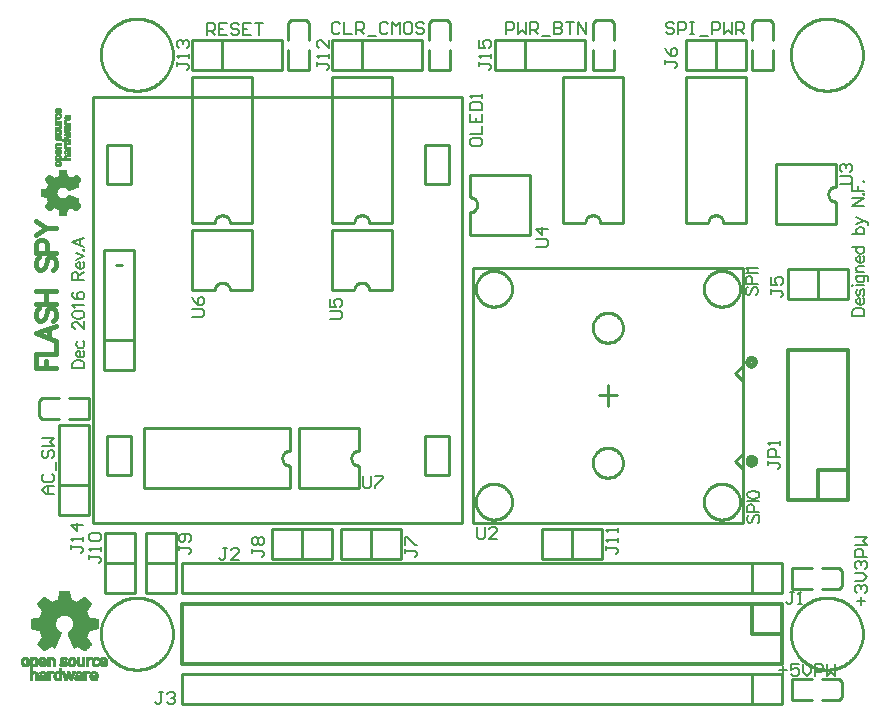
<source format=gto>
*%FSLAX23Y23*%
*%MOIN*%
G01*
%ADD11C,0.001*%
%ADD12C,0.006*%
%ADD13C,0.007*%
%ADD14C,0.007*%
%ADD15C,0.008*%
%ADD16C,0.010*%
%ADD17C,0.012*%
%ADD18C,0.015*%
%ADD19C,0.020*%
%ADD20C,0.030*%
%ADD21C,0.040*%
%ADD22C,0.048*%
%ADD23C,0.060*%
%ADD24C,0.068*%
%ADD25C,0.070*%
%ADD26C,0.080*%
%ADD27C,0.088*%
%ADD28C,0.120*%
%ADD29C,0.140*%
%ADD30C,0.148*%
%ADD31C,0.180*%
%ADD32R,0.005X0.005*%
%ADD33R,0.009X0.009*%
%ADD34R,0.010X0.010*%
%ADD35R,0.015X0.015*%
%ADD36R,0.019X0.019*%
%ADD37R,0.020X0.020*%
%ADD38R,0.025X0.025*%
%ADD39R,0.029X0.029*%
%ADD40R,0.030X0.030*%
%ADD41R,0.030X0.030*%
%ADD42R,0.034X0.034*%
%ADD43R,0.035X0.035*%
%ADD44R,0.035X0.035*%
%ADD45R,0.035X0.050*%
%ADD46R,0.038X0.038*%
%ADD47R,0.039X0.039*%
%ADD48R,0.040X0.040*%
%ADD49R,0.043X0.043*%
%ADD50R,0.043X0.058*%
%ADD51R,0.045X0.045*%
%ADD52R,0.049X0.049*%
%ADD53R,0.050X0.035*%
%ADD54R,0.050X0.050*%
%ADD55R,0.055X0.055*%
%ADD56R,0.058X0.043*%
%ADD57R,0.059X0.059*%
%ADD58R,0.060X0.050*%
%ADD59R,0.060X0.060*%
%ADD60R,0.060X0.060*%
%ADD61R,0.065X0.065*%
%ADD62R,0.068X0.058*%
%ADD63R,0.068X0.068*%
%ADD64R,0.070X0.070*%
%ADD65R,0.075X0.075*%
%ADD66R,0.079X0.079*%
%ADD67R,0.080X0.080*%
%ADD68R,0.085X0.085*%
%ADD69R,0.090X0.090*%
%ADD70R,0.095X0.095*%
%ADD71R,0.105X0.105*%
%ADD72R,0.115X0.115*%
%ADD73R,0.120X0.120*%
%ADD74R,0.125X0.125*%
%ADD75R,0.140X0.140*%
%ADD76R,0.155X0.155*%
%ADD77R,0.185X0.185*%
D11*
X8756Y7156D02*
X8789D01*
Y7155D02*
X8756D01*
Y7154D02*
X8789D01*
Y7153D02*
X8756D01*
X8755Y7152D02*
X8790D01*
Y7151D02*
X8755D01*
Y7150D02*
X8790D01*
Y7149D02*
X8755D01*
Y7148D02*
X8790D01*
Y7147D02*
X8755D01*
X8754Y7146D02*
X8791D01*
Y7145D02*
X8754D01*
Y7144D02*
X8791D01*
Y7143D02*
X8754D01*
Y7142D02*
X8791D01*
Y7141D02*
X8754D01*
Y7140D02*
X8791D01*
X8792Y7139D02*
X8753D01*
Y7138D02*
X8792D01*
Y7137D02*
X8753D01*
Y7136D02*
X8792D01*
X8793Y7135D02*
X8752D01*
X8707Y7134D02*
X8703D01*
X8752D02*
X8793D01*
X8838D02*
X8842D01*
X8709Y7133D02*
X8702D01*
X8752D02*
X8793D01*
X8836D02*
X8843D01*
X8711Y7132D02*
X8701D01*
X8752D02*
X8793D01*
X8834D02*
X8844D01*
X8712Y7131D02*
X8700D01*
X8752D02*
X8793D01*
X8833D02*
X8845D01*
X8713Y7130D02*
X8699D01*
X8751D02*
X8794D01*
X8832D02*
X8846D01*
X8715Y7129D02*
X8698D01*
X8751D02*
X8794D01*
X8830D02*
X8847D01*
X8716Y7128D02*
X8697D01*
X8751D02*
X8794D01*
X8829D02*
X8848D01*
X8718Y7127D02*
X8696D01*
X8751D02*
X8794D01*
X8827D02*
X8849D01*
X8719Y7126D02*
X8695D01*
X8749D02*
X8796D01*
X8826D02*
X8850D01*
X8721Y7125D02*
X8694D01*
X8747D02*
X8798D01*
X8824D02*
X8851D01*
X8722Y7124D02*
X8693D01*
X8745D02*
X8800D01*
X8823D02*
X8852D01*
X8723Y7123D02*
X8692D01*
X8742D02*
X8803D01*
X8822D02*
X8853D01*
X8725Y7122D02*
X8691D01*
X8740D02*
X8805D01*
X8820D02*
X8854D01*
X8726Y7121D02*
X8690D01*
X8737D02*
X8808D01*
X8819D02*
X8855D01*
X8728Y7120D02*
X8689D01*
X8735D02*
X8810D01*
X8817D02*
X8856D01*
X8729Y7119D02*
X8688D01*
X8732D02*
X8813D01*
X8816D02*
X8857D01*
X8858Y7118D02*
X8687D01*
X8686Y7117D02*
X8859D01*
X8860Y7116D02*
X8685D01*
X8684Y7115D02*
X8861D01*
X8862Y7114D02*
X8683D01*
Y7113D02*
X8862D01*
Y7112D02*
X8683D01*
X8684Y7111D02*
X8861D01*
X8860Y7110D02*
X8685D01*
Y7109D02*
X8860D01*
X8859Y7108D02*
X8686D01*
X8687Y7107D02*
X8858D01*
Y7106D02*
X8687D01*
X8688Y7105D02*
X8857D01*
X8856Y7104D02*
X8689D01*
Y7103D02*
X8856D01*
X8855Y7102D02*
X8690D01*
X8691Y7101D02*
X8854D01*
Y7100D02*
X8691D01*
X8692Y7099D02*
X8853D01*
X8852Y7098D02*
X8693D01*
X8694Y7097D02*
X8851D01*
Y7096D02*
X8694D01*
X8695Y7095D02*
X8850D01*
X8849Y7093D02*
X8696D01*
X8697Y7092D02*
X8848D01*
X8847Y7091D02*
X8698D01*
Y7090D02*
X8847D01*
X8846Y7089D02*
X8699D01*
X8700Y7088D02*
X8845D01*
X8846Y7087D02*
X8699D01*
Y7086D02*
X8846D01*
X8847Y7085D02*
X8698D01*
Y7084D02*
X8847D01*
X8848Y7083D02*
X8697D01*
Y7082D02*
X8848D01*
Y7081D02*
X8697D01*
X8696Y7080D02*
X8849D01*
Y7079D02*
X8696D01*
X8695Y7078D02*
X8850D01*
Y7077D02*
X8695D01*
Y7076D02*
X8850D01*
X8768Y7075D02*
X8694D01*
X8777D02*
X8851D01*
X8764Y7074D02*
X8694D01*
X8781D02*
X8851D01*
X8761Y7073D02*
X8693D01*
X8784D02*
X8852D01*
X8759Y7072D02*
X8693D01*
X8786D02*
X8852D01*
X8756Y7071D02*
X8692D01*
X8789D02*
X8853D01*
X8755Y7070D02*
X8692D01*
X8790D02*
X8853D01*
X8754Y7069D02*
X8691D01*
X8791D02*
X8854D01*
X8753Y7068D02*
X8691D01*
X8792D02*
X8854D01*
X8752Y7067D02*
X8690D01*
X8793D02*
X8855D01*
X8750Y7066D02*
X8685D01*
X8795D02*
X8860D01*
X8750Y7065D02*
X8679D01*
X8795D02*
X8866D01*
X8749Y7064D02*
X8674D01*
X8796D02*
X8871D01*
X8748Y7063D02*
X8669D01*
X8797D02*
X8876D01*
X8747Y7062D02*
X8665D01*
X8798D02*
X8880D01*
X8747Y7061D02*
X8661D01*
X8798D02*
X8884D01*
X8746Y7060D02*
X8661D01*
X8799D02*
X8884D01*
X8746Y7059D02*
X8661D01*
X8799D02*
X8884D01*
X8745Y7058D02*
X8661D01*
X8800D02*
X8884D01*
X8745Y7057D02*
X8661D01*
X8800D02*
X8884D01*
X8744Y7056D02*
X8661D01*
X8801D02*
X8884D01*
X8744Y7055D02*
X8661D01*
X8801D02*
X8884D01*
X8744Y7054D02*
X8661D01*
X8801D02*
X8884D01*
X8743Y7053D02*
X8661D01*
X8802D02*
X8884D01*
X8743Y7052D02*
X8661D01*
X8802D02*
X8884D01*
X8743Y7051D02*
X8661D01*
X8802D02*
X8884D01*
X8743Y7050D02*
X8661D01*
X8802D02*
X8884D01*
X8743Y7049D02*
X8661D01*
X8802D02*
X8884D01*
X8743Y7048D02*
X8661D01*
X8802D02*
X8884D01*
X8743Y7047D02*
X8661D01*
X8802D02*
X8884D01*
X8743Y7046D02*
X8661D01*
X8802D02*
X8884D01*
X8743Y7045D02*
X8661D01*
X8802D02*
X8884D01*
X8743Y7044D02*
X8661D01*
X8802D02*
X8884D01*
X8743Y7043D02*
X8661D01*
X8802D02*
X8884D01*
X8743Y7042D02*
X8661D01*
X8802D02*
X8884D01*
X8743Y7041D02*
X8661D01*
X8802D02*
X8884D01*
X8743Y7040D02*
X8661D01*
X8802D02*
X8884D01*
X8743Y7039D02*
X8661D01*
X8802D02*
X8884D01*
X8743Y7038D02*
X8661D01*
X8802D02*
X8884D01*
X8743Y7037D02*
X8661D01*
X8802D02*
X8884D01*
X8744Y7036D02*
X8661D01*
X8801D02*
X8884D01*
X8744Y7035D02*
X8661D01*
X8801D02*
X8884D01*
X8744Y7034D02*
X8661D01*
X8801D02*
X8884D01*
X8745Y7033D02*
X8661D01*
X8800D02*
X8884D01*
X8746Y7032D02*
X8661D01*
X8799D02*
X8884D01*
X8746Y7031D02*
X8661D01*
X8799D02*
X8884D01*
X8747Y7030D02*
X8662D01*
X8798D02*
X8883D01*
X8747Y7029D02*
X8665D01*
X8798D02*
X8880D01*
X8748Y7028D02*
X8670D01*
X8797D02*
X8875D01*
X8748Y7027D02*
X8674D01*
X8797D02*
X8871D01*
X8749Y7026D02*
X8679D01*
X8796D02*
X8866D01*
X8750Y7025D02*
X8685D01*
X8795D02*
X8860D01*
X8751Y7024D02*
X8690D01*
X8794D02*
X8855D01*
X8752Y7023D02*
X8690D01*
X8793D02*
X8855D01*
X8753Y7022D02*
X8691D01*
X8792D02*
X8854D01*
X8755Y7021D02*
X8691D01*
X8790D02*
X8854D01*
X8756Y7020D02*
X8691D01*
X8789D02*
X8854D01*
X8757Y7019D02*
X8692D01*
X8788D02*
X8853D01*
X8759Y7018D02*
X8692D01*
X8786D02*
X8853D01*
X8761Y7017D02*
X8693D01*
X8784D02*
X8852D01*
X8761Y7016D02*
X8693D01*
X8784D02*
X8852D01*
X8761Y7015D02*
X8694D01*
X8784D02*
X8851D01*
X8761Y7014D02*
X8694D01*
X8784D02*
X8851D01*
X8761Y7013D02*
X8695D01*
X8784D02*
X8850D01*
X8760Y7012D02*
X8695D01*
X8785D02*
X8850D01*
X8760Y7011D02*
X8695D01*
X8785D02*
X8850D01*
X8759Y7010D02*
X8696D01*
X8786D02*
X8849D01*
X8759Y7009D02*
X8696D01*
X8786D02*
X8849D01*
X8759Y7008D02*
X8696D01*
X8786D02*
X8849D01*
X8758Y7007D02*
X8697D01*
X8787D02*
X8848D01*
X8758Y7006D02*
X8697D01*
X8787D02*
X8848D01*
X8757Y7005D02*
X8698D01*
X8788D02*
X8847D01*
X8757Y7004D02*
X8698D01*
X8788D02*
X8847D01*
X8756Y7003D02*
X8698D01*
X8789D02*
X8847D01*
X8756Y7002D02*
X8699D01*
X8789D02*
X8846D01*
X8755Y7001D02*
X8698D01*
X8790D02*
X8847D01*
X8755Y7000D02*
X8698D01*
X8790D02*
X8847D01*
X8755Y6999D02*
X8697D01*
X8790D02*
X8848D01*
X8754Y6998D02*
X8696D01*
X8791D02*
X8849D01*
X8754Y6997D02*
X8696D01*
X8791D02*
X8849D01*
X8753Y6996D02*
X8695D01*
X8792D02*
X8850D01*
X8753Y6995D02*
X8694D01*
X8792D02*
X8851D01*
X8753Y6994D02*
X8693D01*
X8792D02*
X8852D01*
X8752Y6993D02*
X8693D01*
X8793D02*
X8852D01*
X8752Y6992D02*
X8692D01*
X8793D02*
X8853D01*
X8751Y6991D02*
X8691D01*
X8794D02*
X8854D01*
X8751Y6990D02*
X8691D01*
X8794D02*
X8854D01*
X8750Y6989D02*
X8690D01*
X8795D02*
X8855D01*
X8750Y6988D02*
X8689D01*
X8795D02*
X8856D01*
X8750Y6987D02*
X8689D01*
X8795D02*
X8856D01*
X8749Y6986D02*
X8688D01*
X8796D02*
X8857D01*
X8749Y6985D02*
X8687D01*
X8796D02*
X8858D01*
X8749Y6984D02*
X8687D01*
X8796D02*
X8858D01*
X8748Y6983D02*
X8686D01*
X8797D02*
X8859D01*
X8748Y6982D02*
X8685D01*
X8797D02*
X8860D01*
X8747Y6981D02*
X8685D01*
X8798D02*
X8860D01*
X8747Y6980D02*
X8684D01*
X8798D02*
X8861D01*
X8746Y6979D02*
X8683D01*
X8799D02*
X8862D01*
X8746Y6978D02*
X8683D01*
X8799D02*
X8862D01*
X8746Y6977D02*
X8683D01*
X8799D02*
X8862D01*
X8745Y6976D02*
X8684D01*
X8800D02*
X8861D01*
X8745Y6975D02*
X8685D01*
X8800D02*
X8860D01*
X8744Y6974D02*
X8686D01*
X8801D02*
X8859D01*
X8744Y6973D02*
X8687D01*
X8801D02*
X8858D01*
X8743Y6972D02*
X8688D01*
X8802D02*
X8857D01*
X8728Y6971D02*
X8689D01*
X8729D02*
X8743D01*
X8802D02*
X8816D01*
X8817D02*
X8856D01*
X8726Y6970D02*
X8690D01*
X8731D02*
X8743D01*
X8802D02*
X8814D01*
X8819D02*
X8855D01*
X8725Y6969D02*
X8691D01*
X8734D02*
X8742D01*
X8803D02*
X8811D01*
X8820D02*
X8854D01*
X8723Y6968D02*
X8692D01*
X8735D02*
X8742D01*
X8803D02*
X8810D01*
X8822D02*
X8853D01*
X8722Y6967D02*
X8693D01*
X8737D02*
X8741D01*
X8804D02*
X8808D01*
X8823D02*
X8852D01*
X8720Y6966D02*
X8694D01*
X8739D02*
X8740D01*
X8805D02*
X8806D01*
X8825D02*
X8851D01*
X8719Y6965D02*
X8695D01*
X8826D02*
X8850D01*
X8717Y6964D02*
X8696D01*
X8828D02*
X8849D01*
X8716Y6963D02*
X8697D01*
X8829D02*
X8848D01*
X8715Y6962D02*
X8698D01*
X8830D02*
X8847D01*
X8713Y6961D02*
X8699D01*
X8832D02*
X8846D01*
X8712Y6960D02*
X8700D01*
X8833D02*
X8845D01*
X8710Y6959D02*
X8701D01*
X8835D02*
X8844D01*
X8709Y6958D02*
X8702D01*
X8836D02*
X8843D01*
X8707Y6957D02*
X8703D01*
X8838D02*
X8842D01*
X8647Y6934D02*
X8637D01*
X8659D02*
X8666D01*
X8669D02*
X8678D01*
X8695D02*
X8704D01*
X8716D02*
X8724D01*
X8726D02*
X8735D01*
X8765D02*
X8776D01*
X8793D02*
X8803D01*
X8814D02*
X8822D01*
X8832D02*
X8840D01*
X8845D02*
X8852D01*
X8855D02*
X8863D01*
X8873D02*
X8883D01*
X8898D02*
X8907D01*
X8649Y6933D02*
X8635D01*
X8659D02*
X8666D01*
X8667D02*
X8679D01*
X8693D02*
X8706D01*
X8716D02*
X8724D01*
X8725D02*
X8736D01*
X8763D02*
X8778D01*
X8791D02*
X8805D01*
X8814D02*
X8822D01*
X8832D02*
X8840D01*
X8845D02*
X8852D01*
X8853D02*
X8866D01*
X8871D02*
X8885D01*
X8896D02*
X8909D01*
X8650Y6932D02*
X8634D01*
X8659D02*
X8680D01*
X8692D02*
X8708D01*
X8716D02*
X8738D01*
X8761D02*
X8780D01*
X8790D02*
X8806D01*
X8814D02*
X8822D01*
X8832D02*
X8840D01*
X8845D02*
X8866D01*
X8870D02*
X8887D01*
X8895D02*
X8911D01*
X8651Y6931D02*
X8633D01*
X8659D02*
X8681D01*
X8691D02*
X8709D01*
X8716D02*
X8739D01*
X8760D02*
X8782D01*
X8789D02*
X8807D01*
X8814D02*
X8822D01*
X8832D02*
X8840D01*
X8845D02*
X8866D01*
X8869D02*
X8888D01*
X8894D02*
X8912D01*
X8652Y6930D02*
X8632D01*
X8659D02*
X8682D01*
X8690D02*
X8710D01*
X8716D02*
X8740D01*
X8760D02*
X8782D01*
X8788D02*
X8808D01*
X8814D02*
X8822D01*
X8832D02*
X8840D01*
X8845D02*
X8865D01*
X8868D02*
X8889D01*
X8893D02*
X8913D01*
X8653Y6929D02*
X8631D01*
X8659D02*
X8683D01*
X8689D02*
X8710D01*
X8716D02*
X8740D01*
X8759D02*
X8782D01*
X8787D02*
X8809D01*
X8814D02*
X8822D01*
X8832D02*
X8840D01*
X8845D02*
X8864D01*
X8867D02*
X8890D01*
X8892D02*
X8914D01*
X8654Y6928D02*
X8631D01*
X8659D02*
X8683D01*
X8689D02*
X8711D01*
X8716D02*
X8741D01*
X8758D02*
X8781D01*
X8786D02*
X8809D01*
X8814D02*
X8822D01*
X8832D02*
X8840D01*
X8845D02*
X8863D01*
X8866D02*
X8890D01*
X8892D02*
X8914D01*
X8641Y6927D02*
X8630D01*
X8644D02*
X8654D01*
X8659D02*
X8669D01*
X8674D02*
X8684D01*
X8688D02*
X8697D01*
X8702D02*
X8712D01*
X8716D02*
X8727D01*
X8731D02*
X8741D01*
X8758D02*
X8767D01*
X8774D02*
X8780D01*
X8786D02*
X8796D01*
X8799D02*
X8810D01*
X8814D02*
X8822D01*
X8832D02*
X8840D01*
X8845D02*
X8855D01*
X8859D02*
X8863D01*
X8866D02*
X8876D01*
X8881D02*
X8888D01*
X8891D02*
X8900D01*
X8905D02*
X8915D01*
X8639Y6926D02*
X8630D01*
X8646D02*
X8654D01*
X8659D02*
X8668D01*
X8675D02*
X8684D01*
X8688D02*
X8696D01*
X8703D02*
X8712D01*
X8716D02*
X8725D01*
X8732D02*
X8741D01*
X8758D02*
X8766D01*
X8776D02*
X8779D01*
X8785D02*
X8794D01*
X8801D02*
X8810D01*
X8814D02*
X8822D01*
X8832D02*
X8840D01*
X8845D02*
X8854D01*
X8865D02*
X8874D01*
X8882D02*
X8887D01*
X8891D02*
X8899D01*
X8907D02*
X8915D01*
X8638Y6925D02*
X8630D01*
X8647D02*
X8655D01*
X8659D02*
X8667D01*
X8676D02*
X8684D01*
X8687D02*
X8695D01*
X8704D02*
X8712D01*
X8716D02*
X8725D01*
X8733D02*
X8742D01*
X8758D02*
X8766D01*
X8777D02*
X8778D01*
X8785D02*
X8794D01*
X8802D02*
X8810D01*
X8814D02*
X8822D01*
X8832D02*
X8840D01*
X8845D02*
X8853D01*
X8865D02*
X8873D01*
X8883D02*
X8886D01*
X8891D02*
X8898D01*
X8907D02*
X8915D01*
X8637Y6924D02*
X8630D01*
X8647D02*
X8655D01*
X8659D02*
X8667D01*
X8676D02*
X8684D01*
X8687D02*
X8695D01*
X8705D02*
X8713D01*
X8716D02*
X8724D01*
X8733D02*
X8742D01*
X8758D02*
X8766D01*
X8785D02*
X8793D01*
X8803D02*
X8811D01*
X8814D02*
X8822D01*
X8832D02*
X8840D01*
X8845D02*
X8853D01*
X8865D02*
X8873D01*
X8890D02*
X8898D01*
X8908D02*
X8915D01*
X8637Y6923D02*
X8630D01*
X8647D02*
X8655D01*
X8659D02*
X8667D01*
X8676D02*
X8684D01*
X8687D02*
X8694D01*
X8705D02*
X8713D01*
X8716D02*
X8724D01*
X8734D02*
X8742D01*
X8758D02*
X8768D01*
X8785D02*
X8793D01*
X8803D02*
X8811D01*
X8814D02*
X8822D01*
X8832D02*
X8840D01*
X8845D02*
X8853D01*
X8864D02*
X8872D01*
X8890D02*
X8898D01*
X8908D02*
X8915D01*
X8637Y6922D02*
X8630D01*
X8647D02*
X8655D01*
X8659D02*
X8666D01*
X8677D02*
X8684D01*
X8687D02*
X8713D01*
X8716D02*
X8724D01*
X8734D02*
X8742D01*
X8759D02*
X8776D01*
X8785D02*
X8793D01*
X8803D02*
X8811D01*
X8814D02*
X8822D01*
X8832D02*
X8840D01*
X8845D02*
X8852D01*
X8864D02*
X8872D01*
X8890D02*
X8915D01*
X8637Y6921D02*
X8630D01*
X8647D02*
X8655D01*
X8659D02*
X8666D01*
X8677D02*
X8684D01*
X8687D02*
X8713D01*
X8716D02*
X8724D01*
X8734D02*
X8742D01*
X8759D02*
X8779D01*
X8785D02*
X8793D01*
X8803D02*
X8811D01*
X8814D02*
X8822D01*
X8832D02*
X8840D01*
X8845D02*
X8852D01*
X8864D02*
X8872D01*
X8890D02*
X8915D01*
X8637Y6920D02*
X8630D01*
X8647D02*
X8655D01*
X8659D02*
X8666D01*
X8677D02*
X8684D01*
X8687D02*
X8713D01*
X8716D02*
X8724D01*
X8734D02*
X8742D01*
X8760D02*
X8780D01*
X8785D02*
X8792D01*
X8803D02*
X8811D01*
X8814D02*
X8822D01*
X8832D02*
X8840D01*
X8845D02*
X8852D01*
X8864D02*
X8872D01*
X8890D02*
X8915D01*
X8637Y6919D02*
X8630D01*
X8648D02*
X8655D01*
X8659D02*
X8666D01*
X8677D02*
X8684D01*
X8687D02*
X8713D01*
X8716D02*
X8724D01*
X8734D02*
X8742D01*
X8760D02*
X8781D01*
X8785D02*
X8792D01*
X8803D02*
X8811D01*
X8814D02*
X8822D01*
X8832D02*
X8840D01*
X8845D02*
X8852D01*
X8864D02*
X8872D01*
X8890D02*
X8915D01*
X8637Y6918D02*
X8630D01*
X8647D02*
X8655D01*
X8659D02*
X8666D01*
X8677D02*
X8684D01*
X8687D02*
X8713D01*
X8716D02*
X8724D01*
X8734D02*
X8742D01*
X8761D02*
X8782D01*
X8785D02*
X8792D01*
X8803D02*
X8811D01*
X8814D02*
X8822D01*
X8832D02*
X8840D01*
X8845D02*
X8852D01*
X8864D02*
X8872D01*
X8890D02*
X8915D01*
X8637Y6917D02*
X8630D01*
X8647D02*
X8655D01*
X8659D02*
X8666D01*
X8677D02*
X8684D01*
X8687D02*
X8713D01*
X8716D02*
X8724D01*
X8734D02*
X8742D01*
X8763D02*
X8782D01*
X8785D02*
X8792D01*
X8803D02*
X8811D01*
X8814D02*
X8822D01*
X8832D02*
X8840D01*
X8845D02*
X8852D01*
X8864D02*
X8872D01*
X8890D02*
X8915D01*
X8637Y6916D02*
X8630D01*
X8647D02*
X8655D01*
X8659D02*
X8666D01*
X8677D02*
X8684D01*
X8687D02*
X8713D01*
X8716D02*
X8724D01*
X8734D02*
X8742D01*
X8765D02*
X8783D01*
X8785D02*
X8793D01*
X8803D02*
X8811D01*
X8814D02*
X8822D01*
X8832D02*
X8840D01*
X8845D02*
X8852D01*
X8864D02*
X8872D01*
X8890D02*
X8915D01*
X8637Y6915D02*
X8630D01*
X8647D02*
X8655D01*
X8659D02*
X8666D01*
X8676D02*
X8684D01*
X8687D02*
X8694D01*
X8716D02*
X8724D01*
X8734D02*
X8742D01*
X8774D02*
X8783D01*
X8785D02*
X8793D01*
X8803D02*
X8811D01*
X8814D02*
X8822D01*
X8832D02*
X8840D01*
X8845D02*
X8852D01*
X8864D02*
X8872D01*
X8890D02*
X8898D01*
X8637Y6914D02*
X8630D01*
X8647D02*
X8655D01*
X8659D02*
X8667D01*
X8676D02*
X8684D01*
X8687D02*
X8695D01*
X8716D02*
X8724D01*
X8734D02*
X8742D01*
X8775D02*
X8783D01*
X8785D02*
X8793D01*
X8803D02*
X8811D01*
X8814D02*
X8822D01*
X8832D02*
X8840D01*
X8845D02*
X8852D01*
X8864D02*
X8873D01*
X8890D02*
X8898D01*
X8638Y6913D02*
X8630D01*
X8647D02*
X8655D01*
X8659D02*
X8667D01*
X8676D02*
X8684D01*
X8687D02*
X8695D01*
X8716D02*
X8724D01*
X8734D02*
X8742D01*
X8760D02*
X8762D01*
X8775D02*
X8783D01*
X8785D02*
X8793D01*
X8802D02*
X8810D01*
X8814D02*
X8823D01*
X8832D02*
X8840D01*
X8845D02*
X8852D01*
X8865D02*
X8873D01*
X8884D02*
X8885D01*
X8891D02*
X8898D01*
X8638Y6912D02*
X8630D01*
X8646D02*
X8654D01*
X8659D02*
X8668D01*
X8675D02*
X8684D01*
X8688D02*
X8696D01*
X8706D02*
X8708D01*
X8716D02*
X8724D01*
X8734D02*
X8742D01*
X8759D02*
X8763D01*
X8775D02*
X8783D01*
X8785D02*
X8794D01*
X8802D02*
X8810D01*
X8814D02*
X8823D01*
X8831D02*
X8840D01*
X8845D02*
X8852D01*
X8865D02*
X8874D01*
X8883D02*
X8886D01*
X8891D02*
X8899D01*
X8909D02*
X8911D01*
X8640Y6911D02*
X8630D01*
X8645D02*
X8654D01*
X8659D02*
X8669D01*
X8674D02*
X8684D01*
X8688D02*
X8697D01*
X8704D02*
X8709D01*
X8716D02*
X8724D01*
X8734D02*
X8742D01*
X8758D02*
X8765D01*
X8774D02*
X8783D01*
X8786D02*
X8795D01*
X8800D02*
X8810D01*
X8815D02*
X8825D01*
X8830D02*
X8840D01*
X8845D02*
X8852D01*
X8865D02*
X8875D01*
X8881D02*
X8887D01*
X8891D02*
X8900D01*
X8907D02*
X8912D01*
X8654Y6910D02*
X8630D01*
X8659D02*
X8684D01*
X8688D02*
X8711D01*
X8716D02*
X8724D01*
X8734D02*
X8742D01*
X8756D02*
X8783D01*
X8786D02*
X8809D01*
X8815D02*
X8840D01*
X8845D02*
X8852D01*
X8866D02*
X8889D01*
X8891D02*
X8914D01*
X8654Y6909D02*
X8631D01*
X8659D02*
X8683D01*
X8689D02*
X8712D01*
X8716D02*
X8724D01*
X8734D02*
X8742D01*
X8756D02*
X8782D01*
X8787D02*
X8809D01*
X8815D02*
X8840D01*
X8845D02*
X8852D01*
X8867D02*
X8890D01*
X8892D02*
X8915D01*
X8653Y6908D02*
X8632D01*
X8659D02*
X8683D01*
X8689D02*
X8712D01*
X8716D02*
X8724D01*
X8734D02*
X8742D01*
X8756D02*
X8782D01*
X8787D02*
X8808D01*
X8816D02*
X8840D01*
X8845D02*
X8852D01*
X8867D02*
X8890D01*
X8892D02*
X8915D01*
X8652Y6907D02*
X8632D01*
X8659D02*
X8682D01*
X8690D02*
X8711D01*
X8716D02*
X8724D01*
X8734D02*
X8742D01*
X8758D02*
X8781D01*
X8788D02*
X8808D01*
X8817D02*
X8840D01*
X8845D02*
X8852D01*
X8868D02*
X8888D01*
X8893D02*
X8915D01*
X8651Y6906D02*
X8633D01*
X8659D02*
X8681D01*
X8691D02*
X8710D01*
X8716D02*
X8724D01*
X8734D02*
X8742D01*
X8759D02*
X8780D01*
X8789D02*
X8807D01*
X8818D02*
X8840D01*
X8845D02*
X8852D01*
X8869D02*
X8887D01*
X8894D02*
X8913D01*
X8650Y6905D02*
X8635D01*
X8659D02*
X8666D01*
X8667D02*
X8680D01*
X8692D02*
X8709D01*
X8716D02*
X8724D01*
X8734D02*
X8742D01*
X8761D02*
X8779D01*
X8790D02*
X8805D01*
X8819D02*
X8840D01*
X8845D02*
X8852D01*
X8870D02*
X8886D01*
X8895D02*
X8912D01*
X8648Y6904D02*
X8636D01*
X8659D02*
X8666D01*
X8668D02*
X8678D01*
X8694D02*
X8707D01*
X8716D02*
X8724D01*
X8734D02*
X8742D01*
X8763D02*
X8777D01*
X8792D02*
X8804D01*
X8820D02*
X8830D01*
X8832D02*
X8840D01*
X8845D02*
X8852D01*
X8872D02*
X8884D01*
X8897D02*
X8910D01*
X8644Y6903D02*
X8641D01*
X8659D02*
X8666D01*
X8672D02*
X8675D01*
X8698D02*
X8702D01*
X8768D02*
X8771D01*
X8796D02*
X8799D01*
X8824D02*
X8827D01*
X8877D02*
X8880D01*
X8901D02*
X8905D01*
X8666Y6902D02*
X8659D01*
Y6901D02*
X8666D01*
Y6900D02*
X8659D01*
Y6899D02*
X8666D01*
X8755D02*
X8763D01*
X8666Y6898D02*
X8659D01*
X8755D02*
X8763D01*
X8666Y6897D02*
X8659D01*
X8755D02*
X8763D01*
X8666Y6896D02*
X8659D01*
X8755D02*
X8763D01*
X8666Y6895D02*
X8659D01*
X8755D02*
X8763D01*
X8666Y6894D02*
X8659D01*
X8755D02*
X8763D01*
X8666Y6893D02*
X8659D01*
X8755D02*
X8763D01*
X8666Y6892D02*
X8659D01*
X8755D02*
X8763D01*
X8666Y6891D02*
X8659D01*
X8755D02*
X8763D01*
X8666Y6890D02*
X8659D01*
X8755D02*
X8763D01*
X8666Y6889D02*
X8659D01*
X8755D02*
X8763D01*
X8666Y6888D02*
X8659D01*
X8755D02*
X8763D01*
X8666Y6887D02*
X8659D01*
X8669D02*
X8677D01*
X8694D02*
X8705D01*
X8717D02*
X8725D01*
X8728D02*
X8736D01*
X8744D02*
X8752D01*
X8755D02*
X8763D01*
X8764D02*
X8772D01*
X8783D02*
X8789D01*
X8800D02*
X8808D01*
X8814D02*
X8825D01*
X8837D02*
X8845D01*
X8848D02*
X8856D01*
X8866D02*
X8875D01*
X8666Y6886D02*
X8659D01*
X8667D02*
X8679D01*
X8692D02*
X8708D01*
X8717D02*
X8725D01*
X8726D02*
X8738D01*
X8742D02*
X8754D01*
X8755D02*
X8763D01*
X8765D02*
X8773D01*
X8783D02*
X8789D01*
X8800D02*
X8808D01*
X8812D02*
X8828D01*
X8837D02*
X8845D01*
X8846D02*
X8858D01*
X8864D02*
X8877D01*
X8680Y6885D02*
X8659D01*
X8690D02*
X8709D01*
X8717D02*
X8739D01*
X8741D02*
X8763D01*
X8765D02*
X8773D01*
X8783D02*
X8790D01*
X8799D02*
X8808D01*
X8810D02*
X8829D01*
X8837D02*
X8859D01*
X8863D02*
X8879D01*
X8682Y6884D02*
X8659D01*
X8689D02*
X8710D01*
X8717D02*
X8739D01*
X8740D02*
X8763D01*
X8765D02*
X8773D01*
X8782D02*
X8790D01*
X8799D02*
X8807D01*
X8809D02*
X8830D01*
X8837D02*
X8859D01*
X8862D02*
X8880D01*
X8682Y6883D02*
X8659D01*
X8689D02*
X8711D01*
X8717D02*
X8738D01*
X8739D02*
X8763D01*
X8766D02*
X8773D01*
X8782D02*
X8791D01*
X8799D02*
X8807D01*
X8808D02*
X8831D01*
X8837D02*
X8858D01*
X8861D02*
X8881D01*
X8683Y6882D02*
X8659D01*
X8689D02*
X8711D01*
X8717D02*
X8737D01*
X8739D02*
X8763D01*
X8766D02*
X8773D01*
X8782D02*
X8791D01*
X8799D02*
X8807D01*
X8809D02*
X8832D01*
X8837D02*
X8857D01*
X8860D02*
X8881D01*
X8683Y6881D02*
X8659D01*
X8690D02*
X8712D01*
X8717D02*
X8736D01*
X8738D02*
X8763D01*
X8766D02*
X8774D01*
X8781D02*
X8791D01*
X8798D02*
X8806D01*
X8810D02*
X8832D01*
X8837D02*
X8856D01*
X8860D02*
X8882D01*
X8671Y6880D02*
X8659D01*
X8672D02*
X8684D01*
X8691D02*
X8696D01*
X8703D02*
X8712D01*
X8717D02*
X8729D01*
X8730D02*
X8735D01*
X8738D02*
X8749D01*
X8751D02*
X8763D01*
X8766D02*
X8774D01*
X8781D02*
X8791D01*
X8798D02*
X8806D01*
X8811D02*
X8816D01*
X8823D02*
X8832D01*
X8837D02*
X8849D01*
X8850D02*
X8855D01*
X8859D02*
X8868D01*
X8873D02*
X8883D01*
X8668Y6879D02*
X8659D01*
X8675D02*
X8684D01*
X8692D02*
X8695D01*
X8704D02*
X8712D01*
X8717D02*
X8726D01*
X8738D02*
X8747D01*
X8754D02*
X8763D01*
X8767D02*
X8774D01*
X8780D02*
X8791D01*
X8798D02*
X8806D01*
X8813D02*
X8815D01*
X8825D02*
X8832D01*
X8837D02*
X8847D01*
X8858D02*
X8867D01*
X8874D02*
X8883D01*
X8667Y6878D02*
X8659D01*
X8676D02*
X8684D01*
X8705D02*
X8712D01*
X8717D02*
X8726D01*
X8738D02*
X8746D01*
X8754D02*
X8763D01*
X8767D02*
X8775D01*
X8780D02*
X8792D01*
X8798D02*
X8805D01*
X8825D02*
X8832D01*
X8837D02*
X8846D01*
X8858D02*
X8866D01*
X8875D02*
X8883D01*
X8667Y6877D02*
X8659D01*
X8676D02*
X8684D01*
X8705D02*
X8712D01*
X8717D02*
X8725D01*
X8738D02*
X8746D01*
X8754D02*
X8763D01*
X8767D02*
X8775D01*
X8780D02*
X8792D01*
X8797D02*
X8805D01*
X8825D02*
X8832D01*
X8837D02*
X8845D01*
X8858D02*
X8866D01*
X8875D02*
X8884D01*
X8666Y6876D02*
X8659D01*
X8677D02*
X8684D01*
X8705D02*
X8712D01*
X8717D02*
X8725D01*
X8737D02*
X8745D01*
X8755D02*
X8763D01*
X8768D02*
X8775D01*
X8780D02*
X8793D01*
X8797D02*
X8805D01*
X8825D02*
X8832D01*
X8837D02*
X8845D01*
X8858D02*
X8865D01*
X8876D02*
X8884D01*
X8666Y6875D02*
X8659D01*
X8677D02*
X8684D01*
X8694D02*
X8712D01*
X8717D02*
X8725D01*
X8737D02*
X8745D01*
X8755D02*
X8763D01*
X8768D02*
X8775D01*
X8779D02*
X8793D01*
X8797D02*
X8804D01*
X8815D02*
X8832D01*
X8837D02*
X8845D01*
X8858D02*
X8884D01*
X8666Y6874D02*
X8659D01*
X8677D02*
X8684D01*
X8692D02*
X8712D01*
X8717D02*
X8725D01*
X8737D02*
X8745D01*
X8755D02*
X8763D01*
X8768D02*
X8776D01*
X8779D02*
X8793D01*
X8796D02*
X8804D01*
X8812D02*
X8832D01*
X8837D02*
X8845D01*
X8857D02*
X8884D01*
X8666Y6873D02*
X8659D01*
X8677D02*
X8684D01*
X8690D02*
X8712D01*
X8717D02*
X8725D01*
X8737D02*
X8745D01*
X8755D02*
X8763D01*
X8768D02*
X8776D01*
X8779D02*
X8785D01*
X8787D02*
X8794D01*
X8796D02*
X8804D01*
X8810D02*
X8832D01*
X8837D02*
X8845D01*
X8857D02*
X8884D01*
X8666Y6872D02*
X8659D01*
X8677D02*
X8684D01*
X8689D02*
X8712D01*
X8717D02*
X8725D01*
X8737D02*
X8745D01*
X8755D02*
X8763D01*
X8769D02*
X8776D01*
X8778D02*
X8785D01*
X8787D02*
X8794D01*
X8796D02*
X8803D01*
X8809D02*
X8832D01*
X8837D02*
X8845D01*
X8857D02*
X8884D01*
X8666Y6871D02*
X8659D01*
X8677D02*
X8684D01*
X8689D02*
X8712D01*
X8717D02*
X8725D01*
X8737D02*
X8745D01*
X8755D02*
X8763D01*
X8769D02*
X8777D01*
X8778D02*
X8785D01*
X8787D02*
X8794D01*
X8796D02*
X8803D01*
X8809D02*
X8832D01*
X8837D02*
X8845D01*
X8857D02*
X8884D01*
X8666Y6870D02*
X8659D01*
X8677D02*
X8684D01*
X8688D02*
X8712D01*
X8717D02*
X8725D01*
X8737D02*
X8745D01*
X8755D02*
X8763D01*
X8769D02*
X8777D01*
X8778D02*
X8785D01*
X8788D02*
X8795D01*
X8796D02*
X8803D01*
X8808D02*
X8832D01*
X8837D02*
X8845D01*
X8857D02*
X8884D01*
X8666Y6869D02*
X8659D01*
X8677D02*
X8684D01*
X8687D02*
X8712D01*
X8717D02*
X8725D01*
X8737D02*
X8745D01*
X8755D02*
X8763D01*
X8770D02*
X8777D01*
X8778D02*
X8784D01*
X8788D02*
X8802D01*
X8807D02*
X8832D01*
X8837D02*
X8845D01*
X8857D02*
X8884D01*
X8666Y6868D02*
X8659D01*
X8677D02*
X8684D01*
X8687D02*
X8695D01*
X8705D02*
X8712D01*
X8717D02*
X8725D01*
X8737D02*
X8745D01*
X8755D02*
X8763D01*
X8770D02*
X8784D01*
X8788D02*
X8802D01*
X8807D02*
X8815D01*
X8825D02*
X8832D01*
X8837D02*
X8845D01*
X8858D02*
X8865D01*
X8666Y6867D02*
X8659D01*
X8677D02*
X8684D01*
X8687D02*
X8694D01*
X8705D02*
X8712D01*
X8717D02*
X8725D01*
X8738D02*
X8745D01*
X8755D02*
X8763D01*
X8771D02*
X8784D01*
X8789D02*
X8802D01*
X8807D02*
X8814D01*
X8825D02*
X8832D01*
X8837D02*
X8845D01*
X8858D02*
X8866D01*
X8666Y6866D02*
X8659D01*
X8677D02*
X8684D01*
X8687D02*
X8694D01*
X8704D02*
X8712D01*
X8717D02*
X8725D01*
X8738D02*
X8746D01*
X8754D02*
X8763D01*
X8771D02*
X8784D01*
X8789D02*
X8802D01*
X8807D02*
X8814D01*
X8825D02*
X8832D01*
X8837D02*
X8845D01*
X8858D02*
X8866D01*
X8666Y6865D02*
X8659D01*
X8677D02*
X8684D01*
X8687D02*
X8694D01*
X8704D02*
X8712D01*
X8717D02*
X8725D01*
X8738D02*
X8746D01*
X8754D02*
X8763D01*
X8771D02*
X8783D01*
X8789D02*
X8801D01*
X8807D02*
X8814D01*
X8825D02*
X8832D01*
X8837D02*
X8845D01*
X8858D02*
X8866D01*
X8876D02*
X8879D01*
X8666Y6864D02*
X8659D01*
X8677D02*
X8684D01*
X8687D02*
X8695D01*
X8704D02*
X8712D01*
X8717D02*
X8725D01*
X8738D02*
X8747D01*
X8753D02*
X8763D01*
X8772D02*
X8783D01*
X8790D02*
X8801D01*
X8807D02*
X8815D01*
X8824D02*
X8832D01*
X8837D02*
X8845D01*
X8859D02*
X8867D01*
X8875D02*
X8880D01*
X8666Y6863D02*
X8659D01*
X8677D02*
X8684D01*
X8687D02*
X8712D01*
X8717D02*
X8725D01*
X8738D02*
X8763D01*
X8772D02*
X8783D01*
X8790D02*
X8801D01*
X8807D02*
X8832D01*
X8837D02*
X8845D01*
X8859D02*
X8881D01*
X8666Y6862D02*
X8659D01*
X8677D02*
X8684D01*
X8688D02*
X8712D01*
X8717D02*
X8725D01*
X8738D02*
X8763D01*
X8772D02*
X8782D01*
X8790D02*
X8800D01*
X8807D02*
X8832D01*
X8837D02*
X8845D01*
X8860D02*
X8883D01*
X8666Y6861D02*
X8659D01*
X8677D02*
X8684D01*
X8688D02*
X8712D01*
X8717D02*
X8725D01*
X8739D02*
X8763D01*
X8772D02*
X8782D01*
X8790D02*
X8800D01*
X8808D02*
X8832D01*
X8837D02*
X8845D01*
X8860D02*
X8883D01*
X8666Y6860D02*
X8659D01*
X8677D02*
X8684D01*
X8689D02*
X8712D01*
X8717D02*
X8725D01*
X8740D02*
X8763D01*
X8773D02*
X8782D01*
X8790D02*
X8800D01*
X8808D02*
X8832D01*
X8837D02*
X8845D01*
X8861D02*
X8882D01*
X8666Y6859D02*
X8659D01*
X8677D02*
X8684D01*
X8689D02*
X8712D01*
X8717D02*
X8725D01*
X8741D02*
X8763D01*
X8773D02*
X8781D01*
X8791D02*
X8799D01*
X8809D02*
X8832D01*
X8837D02*
X8845D01*
X8862D02*
X8881D01*
X8666Y6858D02*
X8659D01*
X8677D02*
X8684D01*
X8690D02*
X8712D01*
X8717D02*
X8725D01*
X8741D02*
X8763D01*
X8773D02*
X8781D01*
X8791D02*
X8799D01*
X8811D02*
X8832D01*
X8837D02*
X8845D01*
X8863D02*
X8880D01*
X8666Y6857D02*
X8659D01*
X8677D02*
X8684D01*
X8692D02*
X8704D01*
X8705D02*
X8712D01*
X8717D02*
X8725D01*
X8743D02*
X8753D01*
X8755D02*
X8763D01*
X8774D02*
X8781D01*
X8791D02*
X8799D01*
X8812D02*
X8824D01*
X8825D02*
X8832D01*
X8837D02*
X8845D01*
X8865D02*
X8878D01*
X8849Y7094D02*
X8696D01*
X8694Y8472D02*
Y8493D01*
X8695Y8494D02*
Y8471D01*
X8696D02*
Y8494D01*
X8697D02*
Y8471D01*
X8698D02*
Y8494D01*
X8699D02*
Y8471D01*
X8700Y8470D02*
Y8495D01*
X8701D02*
Y8470D01*
X8702D02*
Y8495D01*
X8703D02*
Y8470D01*
X8704D02*
Y8495D01*
X8705Y8496D02*
Y8469D01*
X8706D02*
Y8496D01*
X8707D02*
Y8469D01*
X8708Y8439D02*
Y8436D01*
Y8469D02*
Y8496D01*
Y8526D02*
Y8529D01*
X8709Y8440D02*
Y8435D01*
Y8469D02*
Y8496D01*
Y8525D02*
Y8530D01*
X8710Y8441D02*
Y8434D01*
Y8469D02*
Y8496D01*
Y8524D02*
Y8531D01*
X8711Y8443D02*
Y8433D01*
Y8468D02*
Y8497D01*
Y8522D02*
Y8532D01*
X8712Y8444D02*
Y8432D01*
Y8468D02*
Y8497D01*
Y8521D02*
Y8533D01*
X8713Y8446D02*
Y8431D01*
Y8468D02*
Y8497D01*
Y8519D02*
Y8534D01*
X8714Y8447D02*
Y8430D01*
Y8466D02*
Y8499D01*
Y8518D02*
Y8535D01*
X8715Y8449D02*
Y8429D01*
Y8464D02*
Y8501D01*
Y8516D02*
Y8536D01*
X8716Y8450D02*
Y8428D01*
Y8461D02*
Y8504D01*
Y8515D02*
Y8537D01*
X8717Y8452D02*
Y8427D01*
Y8459D02*
Y8506D01*
Y8513D02*
Y8538D01*
X8718Y8453D02*
Y8426D01*
Y8456D02*
Y8509D01*
Y8512D02*
Y8539D01*
X8719Y8540D02*
Y8425D01*
X8720Y8424D02*
Y8541D01*
X8721Y8542D02*
Y8423D01*
X8722D02*
Y8542D01*
X8723D02*
Y8423D01*
X8724D02*
Y8542D01*
X8725Y8541D02*
Y8424D01*
X8727Y8425D02*
Y8540D01*
X8728Y8539D02*
Y8426D01*
X8729Y8427D02*
Y8538D01*
X8730D02*
Y8427D01*
X8731Y8428D02*
Y8537D01*
X8732Y8536D02*
Y8429D01*
X8733D02*
Y8536D01*
X8734Y8535D02*
Y8430D01*
X8735Y8431D02*
Y8534D01*
X8736D02*
Y8431D01*
X8737Y8432D02*
Y8533D01*
X8738Y8532D02*
Y8433D01*
X8739D02*
Y8532D01*
X8740D02*
Y8433D01*
X8741D02*
Y8532D01*
X8742Y8533D02*
Y8432D01*
X8743D02*
Y8533D01*
X8744Y8534D02*
Y8431D01*
X8745D02*
Y8534D01*
X8746D02*
Y8431D01*
X8747Y8430D02*
Y8535D01*
X8748Y8479D02*
Y8430D01*
Y8486D02*
Y8535D01*
X8749Y8475D02*
Y8429D01*
Y8490D02*
Y8536D01*
X8750Y8473D02*
Y8429D01*
Y8492D02*
Y8536D01*
X8751Y8471D02*
Y8428D01*
Y8494D02*
Y8537D01*
X8752Y8470D02*
Y8428D01*
Y8495D02*
Y8537D01*
X8753Y8469D02*
Y8427D01*
Y8496D02*
Y8538D01*
X8754Y8468D02*
Y8422D01*
Y8497D02*
Y8543D01*
X8755Y8467D02*
Y8417D01*
Y8498D02*
Y8548D01*
X8756Y8466D02*
Y8411D01*
Y8499D02*
Y8554D01*
X8757Y8466D02*
Y8408D01*
Y8499D02*
Y8557D01*
X8758Y8465D02*
Y8408D01*
Y8500D02*
Y8557D01*
X8759Y8464D02*
Y8408D01*
Y8501D02*
Y8557D01*
X8760Y8464D02*
Y8408D01*
Y8501D02*
Y8557D01*
X8761Y8464D02*
Y8408D01*
Y8501D02*
Y8557D01*
X8762Y8463D02*
Y8408D01*
Y8502D02*
Y8557D01*
X8763Y8463D02*
Y8408D01*
Y8502D02*
Y8557D01*
X8764Y8463D02*
Y8408D01*
Y8502D02*
Y8557D01*
X8765Y8463D02*
Y8408D01*
Y8502D02*
Y8557D01*
X8766Y8463D02*
Y8408D01*
Y8502D02*
Y8557D01*
X8767Y8462D02*
Y8408D01*
Y8503D02*
Y8557D01*
X8768Y8462D02*
Y8408D01*
Y8503D02*
Y8557D01*
X8769Y8463D02*
Y8408D01*
Y8502D02*
Y8557D01*
X8770Y8463D02*
Y8408D01*
Y8502D02*
Y8557D01*
X8771Y8463D02*
Y8408D01*
Y8502D02*
Y8557D01*
X8772Y8463D02*
Y8408D01*
Y8502D02*
Y8557D01*
X8773Y8463D02*
Y8408D01*
Y8502D02*
Y8557D01*
X8774Y8463D02*
Y8408D01*
Y8502D02*
Y8557D01*
X8775Y8464D02*
Y8408D01*
Y8501D02*
Y8557D01*
X8776Y8464D02*
Y8408D01*
Y8501D02*
Y8557D01*
X8777Y8465D02*
Y8408D01*
Y8500D02*
Y8557D01*
X8778Y8465D02*
Y8408D01*
Y8500D02*
Y8557D01*
X8779Y8466D02*
Y8412D01*
Y8499D02*
Y8553D01*
X8780Y8467D02*
Y8417D01*
Y8498D02*
Y8548D01*
X8781Y8468D02*
Y8422D01*
Y8497D02*
Y8543D01*
X8782Y8469D02*
Y8427D01*
Y8496D02*
Y8538D01*
X8783Y8470D02*
Y8428D01*
Y8495D02*
Y8537D01*
X8784Y8471D02*
Y8428D01*
Y8494D02*
Y8537D01*
X8785Y8472D02*
Y8428D01*
Y8493D02*
Y8537D01*
X8786Y8474D02*
Y8429D01*
Y8491D02*
Y8536D01*
X8787Y8475D02*
Y8429D01*
Y8490D02*
Y8536D01*
X8788Y8475D02*
Y8430D01*
Y8490D02*
Y8535D01*
X8789Y8475D02*
Y8430D01*
Y8490D02*
Y8535D01*
X8790Y8474D02*
Y8430D01*
Y8491D02*
Y8535D01*
X8791Y8474D02*
Y8431D01*
Y8491D02*
Y8534D01*
X8792Y8473D02*
Y8431D01*
Y8492D02*
Y8534D01*
X8793Y8473D02*
Y8432D01*
Y8492D02*
Y8533D01*
X8794Y8472D02*
Y8432D01*
Y8493D02*
Y8533D01*
X8795Y8472D02*
Y8432D01*
Y8493D02*
Y8533D01*
X8796Y8472D02*
Y8433D01*
Y8493D02*
Y8532D01*
X8797Y8471D02*
Y8433D01*
Y8494D02*
Y8532D01*
X8798Y8471D02*
Y8432D01*
Y8494D02*
Y8533D01*
X8799Y8470D02*
Y8431D01*
Y8495D02*
Y8534D01*
X8800Y8470D02*
Y8431D01*
Y8495D02*
Y8534D01*
X8801Y8470D02*
Y8430D01*
Y8495D02*
Y8535D01*
X8802Y8469D02*
Y8429D01*
Y8496D02*
Y8536D01*
X8803Y8469D02*
Y8429D01*
Y8496D02*
Y8536D01*
X8804Y8468D02*
Y8428D01*
Y8497D02*
Y8537D01*
X8805Y8468D02*
Y8427D01*
Y8497D02*
Y8538D01*
X8806Y8468D02*
Y8427D01*
Y8497D02*
Y8538D01*
X8807Y8467D02*
Y8426D01*
Y8498D02*
Y8539D01*
X8808Y8467D02*
Y8425D01*
Y8498D02*
Y8540D01*
X8809Y8466D02*
Y8424D01*
Y8499D02*
Y8541D01*
X8810Y8466D02*
Y8424D01*
Y8499D02*
Y8541D01*
X8811Y8465D02*
Y8423D01*
Y8500D02*
Y8542D01*
X8812Y8465D02*
Y8423D01*
Y8500D02*
Y8542D01*
X8813Y8465D02*
Y8423D01*
Y8500D02*
Y8542D01*
X8814Y8464D02*
Y8423D01*
Y8501D02*
Y8542D01*
X8815Y8464D02*
Y8424D01*
Y8501D02*
Y8541D01*
X8816Y8463D02*
Y8425D01*
Y8502D02*
Y8540D01*
X8817Y8463D02*
Y8426D01*
Y8502D02*
Y8539D01*
X8818Y8451D02*
Y8427D01*
Y8455D02*
Y8463D01*
Y8502D02*
Y8510D01*
Y8514D02*
Y8538D01*
X8819Y8450D02*
Y8428D01*
Y8457D02*
Y8462D01*
Y8503D02*
Y8508D01*
Y8515D02*
Y8537D01*
X8820Y8449D02*
Y8429D01*
Y8459D02*
Y8462D01*
Y8503D02*
Y8506D01*
Y8516D02*
Y8536D01*
X8821Y8447D02*
Y8430D01*
Y8518D02*
Y8535D01*
X8822Y8446D02*
Y8431D01*
Y8519D02*
Y8534D01*
X8823Y8444D02*
Y8432D01*
Y8521D02*
Y8533D01*
X8824Y8443D02*
Y8433D01*
Y8522D02*
Y8532D01*
X8825Y8441D02*
Y8434D01*
Y8524D02*
Y8531D01*
X8826Y8440D02*
Y8435D01*
Y8525D02*
Y8530D01*
X8827Y8439D02*
Y8436D01*
Y8526D02*
Y8529D01*
X8742Y8576D02*
Y8584D01*
Y8591D02*
Y8597D01*
Y8598D02*
Y8604D01*
Y8615D02*
Y8622D01*
Y8630D02*
Y8635D01*
Y8636D02*
Y8643D01*
Y8662D02*
Y8671D01*
Y8681D02*
Y8688D01*
Y8695D02*
Y8701D01*
Y8707D02*
Y8713D01*
Y8716D02*
Y8721D01*
Y8722D02*
Y8729D01*
Y8734D02*
Y8742D01*
Y8751D02*
Y8759D01*
X8743Y8586D02*
Y8575D01*
Y8591D02*
Y8606D01*
Y8613D02*
Y8624D01*
Y8630D02*
Y8644D01*
Y8660D02*
Y8673D01*
Y8679D02*
Y8690D01*
Y8695D02*
Y8701D01*
Y8707D02*
Y8713D01*
Y8716D02*
Y8730D01*
Y8733D02*
Y8744D01*
Y8750D02*
Y8760D01*
X8744Y8587D02*
Y8574D01*
Y8591D02*
Y8607D01*
Y8612D02*
Y8625D01*
Y8630D02*
Y8645D01*
Y8659D02*
Y8674D01*
Y8678D02*
Y8691D01*
Y8695D02*
Y8701D01*
Y8707D02*
Y8713D01*
Y8716D02*
Y8730D01*
Y8732D02*
Y8745D01*
Y8749D02*
Y8761D01*
X8745Y8587D02*
Y8573D01*
Y8591D02*
Y8607D01*
Y8612D02*
Y8626D01*
Y8630D02*
Y8646D01*
Y8658D02*
Y8674D01*
Y8677D02*
Y8692D01*
Y8695D02*
Y8701D01*
Y8707D02*
Y8713D01*
Y8716D02*
Y8729D01*
Y8731D02*
Y8746D01*
Y8748D02*
Y8762D01*
X8746Y8588D02*
Y8572D01*
Y8591D02*
Y8608D01*
Y8611D02*
Y8627D01*
Y8630D02*
Y8646D01*
Y8658D02*
Y8673D01*
Y8677D02*
Y8692D01*
Y8695D02*
Y8701D01*
Y8707D02*
Y8713D01*
Y8716D02*
Y8728D01*
Y8730D02*
Y8746D01*
Y8747D02*
Y8763D01*
X8747Y8578D02*
Y8572D01*
Y8582D02*
Y8589D01*
Y8591D02*
Y8598D01*
Y8602D02*
Y8608D01*
Y8611D02*
Y8616D01*
Y8621D02*
Y8627D01*
Y8630D02*
Y8636D01*
Y8640D02*
Y8647D01*
Y8658D02*
Y8663D01*
Y8669D02*
Y8672D01*
Y8676D02*
Y8683D01*
Y8686D02*
Y8693D01*
Y8695D02*
Y8701D01*
Y8707D02*
Y8713D01*
Y8716D02*
Y8723D01*
Y8726D02*
Y8728D01*
Y8730D02*
Y8736D01*
Y8741D02*
Y8745D01*
Y8747D02*
Y8753D01*
Y8757D02*
Y8763D01*
X8748Y8577D02*
Y8572D01*
Y8583D02*
Y8589D01*
Y8591D02*
Y8597D01*
Y8603D02*
Y8608D01*
Y8610D02*
Y8616D01*
Y8622D02*
Y8627D01*
Y8630D02*
Y8636D01*
Y8641D02*
Y8647D01*
Y8658D02*
Y8663D01*
Y8670D02*
Y8672D01*
Y8676D02*
Y8682D01*
Y8687D02*
Y8693D01*
Y8695D02*
Y8701D01*
Y8707D02*
Y8713D01*
Y8716D02*
Y8722D01*
Y8729D02*
Y8735D01*
Y8741D02*
Y8744D01*
Y8746D02*
Y8752D01*
Y8758D02*
Y8763D01*
X8749Y8577D02*
Y8572D01*
Y8583D02*
Y8589D01*
Y8591D02*
Y8597D01*
Y8603D02*
Y8608D01*
Y8610D02*
Y8615D01*
Y8622D02*
Y8627D01*
Y8630D02*
Y8635D01*
Y8641D02*
Y8647D01*
Y8658D02*
Y8664D01*
Y8676D02*
Y8681D01*
Y8688D02*
Y8693D01*
Y8695D02*
Y8701D01*
Y8707D02*
Y8713D01*
Y8716D02*
Y8721D01*
Y8729D02*
Y8735D01*
Y8746D02*
Y8752D01*
Y8758D02*
Y8763D01*
X8750Y8577D02*
Y8572D01*
Y8584D02*
Y8589D01*
Y8591D02*
Y8597D01*
Y8603D02*
Y8608D01*
Y8610D02*
Y8628D01*
Y8630D02*
Y8635D01*
Y8642D02*
Y8647D01*
Y8658D02*
Y8671D01*
Y8676D02*
Y8681D01*
Y8688D02*
Y8693D01*
Y8695D02*
Y8701D01*
Y8707D02*
Y8713D01*
Y8716D02*
Y8721D01*
Y8729D02*
Y8734D01*
Y8746D02*
Y8763D01*
X8751Y8577D02*
Y8572D01*
Y8584D02*
Y8589D01*
Y8591D02*
Y8597D01*
Y8603D02*
Y8608D01*
Y8610D02*
Y8628D01*
Y8630D02*
Y8635D01*
Y8642D02*
Y8647D01*
Y8658D02*
Y8673D01*
Y8676D02*
Y8681D01*
Y8688D02*
Y8693D01*
Y8695D02*
Y8701D01*
Y8707D02*
Y8713D01*
Y8716D02*
Y8721D01*
Y8729D02*
Y8734D01*
Y8746D02*
Y8763D01*
X8752Y8577D02*
Y8572D01*
Y8584D02*
Y8589D01*
Y8591D02*
Y8597D01*
Y8603D02*
Y8608D01*
Y8610D02*
Y8628D01*
Y8630D02*
Y8635D01*
Y8642D02*
Y8647D01*
Y8659D02*
Y8673D01*
Y8676D02*
Y8681D01*
Y8688D02*
Y8693D01*
Y8695D02*
Y8701D01*
Y8707D02*
Y8713D01*
Y8716D02*
Y8721D01*
Y8729D02*
Y8734D01*
Y8746D02*
Y8763D01*
X8753Y8577D02*
Y8572D01*
Y8584D02*
Y8589D01*
Y8591D02*
Y8597D01*
Y8603D02*
Y8608D01*
Y8610D02*
Y8628D01*
Y8630D02*
Y8635D01*
Y8642D02*
Y8647D01*
Y8660D02*
Y8674D01*
Y8676D02*
Y8681D01*
Y8688D02*
Y8693D01*
Y8695D02*
Y8701D01*
Y8707D02*
Y8713D01*
Y8716D02*
Y8721D01*
Y8729D02*
Y8734D01*
Y8746D02*
Y8763D01*
X8754Y8577D02*
Y8572D01*
Y8584D02*
Y8589D01*
Y8591D02*
Y8597D01*
Y8603D02*
Y8608D01*
Y8610D02*
Y8628D01*
Y8630D02*
Y8635D01*
Y8642D02*
Y8647D01*
Y8663D02*
Y8674D01*
Y8676D02*
Y8681D01*
Y8688D02*
Y8693D01*
Y8695D02*
Y8701D01*
Y8707D02*
Y8713D01*
Y8716D02*
Y8721D01*
Y8729D02*
Y8734D01*
Y8746D02*
Y8763D01*
X8755Y8577D02*
Y8572D01*
Y8583D02*
Y8589D01*
Y8591D02*
Y8597D01*
Y8603D02*
Y8608D01*
Y8610D02*
Y8615D01*
Y8630D02*
Y8635D01*
Y8642D02*
Y8647D01*
Y8669D02*
Y8675D01*
Y8676D02*
Y8681D01*
Y8688D02*
Y8693D01*
Y8695D02*
Y8701D01*
Y8707D02*
Y8713D01*
Y8716D02*
Y8721D01*
Y8729D02*
Y8735D01*
Y8746D02*
Y8752D01*
X8756Y8577D02*
Y8572D01*
Y8583D02*
Y8589D01*
Y8591D02*
Y8597D01*
Y8603D02*
Y8608D01*
Y8610D02*
Y8616D01*
Y8623D02*
Y8624D01*
Y8630D02*
Y8635D01*
Y8642D02*
Y8647D01*
Y8659D02*
Y8661D01*
Y8669D02*
Y8675D01*
Y8676D02*
Y8682D01*
Y8687D02*
Y8693D01*
Y8696D02*
Y8701D01*
Y8707D02*
Y8713D01*
Y8716D02*
Y8721D01*
Y8729D02*
Y8735D01*
Y8741D02*
Y8744D01*
Y8746D02*
Y8752D01*
Y8759D02*
Y8761D01*
X8757Y8578D02*
Y8572D01*
Y8582D02*
Y8589D01*
Y8591D02*
Y8598D01*
Y8602D02*
Y8608D01*
Y8611D02*
Y8617D01*
Y8622D02*
Y8625D01*
Y8630D02*
Y8635D01*
Y8642D02*
Y8647D01*
Y8658D02*
Y8663D01*
Y8669D02*
Y8675D01*
Y8676D02*
Y8683D01*
Y8686D02*
Y8693D01*
Y8696D02*
Y8702D01*
Y8706D02*
Y8713D01*
Y8716D02*
Y8721D01*
Y8730D02*
Y8736D01*
Y8741D02*
Y8745D01*
Y8747D02*
Y8753D01*
Y8758D02*
Y8761D01*
X8758Y8588D02*
Y8572D01*
Y8591D02*
Y8608D01*
Y8611D02*
Y8626D01*
Y8630D02*
Y8635D01*
Y8642D02*
Y8647D01*
Y8657D02*
Y8674D01*
Y8677D02*
Y8692D01*
Y8696D02*
Y8713D01*
Y8716D02*
Y8721D01*
Y8730D02*
Y8746D01*
Y8747D02*
Y8763D01*
X8759Y8587D02*
Y8573D01*
Y8591D02*
Y8607D01*
Y8612D02*
Y8627D01*
Y8630D02*
Y8635D01*
Y8642D02*
Y8647D01*
Y8657D02*
Y8674D01*
Y8677D02*
Y8692D01*
Y8696D02*
Y8713D01*
Y8716D02*
Y8721D01*
Y8731D02*
Y8746D01*
Y8748D02*
Y8763D01*
X8760Y8587D02*
Y8574D01*
Y8591D02*
Y8607D01*
Y8612D02*
Y8626D01*
Y8630D02*
Y8635D01*
Y8642D02*
Y8647D01*
Y8658D02*
Y8673D01*
Y8678D02*
Y8691D01*
Y8697D02*
Y8713D01*
Y8716D02*
Y8721D01*
Y8732D02*
Y8745D01*
Y8748D02*
Y8762D01*
X8761Y8586D02*
Y8575D01*
Y8591D02*
Y8606D01*
Y8613D02*
Y8625D01*
Y8630D02*
Y8635D01*
Y8642D02*
Y8647D01*
Y8659D02*
Y8672D01*
Y8679D02*
Y8690D01*
Y8698D02*
Y8713D01*
Y8716D02*
Y8721D01*
Y8733D02*
Y8744D01*
Y8750D02*
Y8761D01*
X8762Y8584D02*
Y8576D01*
Y8591D02*
Y8597D01*
Y8598D02*
Y8604D01*
Y8615D02*
Y8623D01*
Y8630D02*
Y8635D01*
Y8642D02*
Y8647D01*
Y8661D02*
Y8670D01*
Y8681D02*
Y8688D01*
Y8700D02*
Y8706D01*
Y8707D02*
Y8713D01*
Y8716D02*
Y8721D01*
Y8734D02*
Y8742D01*
Y8751D02*
Y8760D01*
X8763Y8597D02*
Y8591D01*
X8764D02*
Y8597D01*
X8765D02*
Y8591D01*
Y8656D02*
Y8661D01*
X8766Y8597D02*
Y8591D01*
Y8656D02*
Y8661D01*
X8767Y8597D02*
Y8591D01*
Y8656D02*
Y8661D01*
X8768Y8597D02*
Y8591D01*
Y8656D02*
Y8661D01*
X8769Y8597D02*
Y8591D01*
Y8656D02*
Y8661D01*
X8770Y8597D02*
Y8591D01*
Y8656D02*
Y8661D01*
X8771Y8597D02*
Y8591D01*
Y8656D02*
Y8661D01*
X8772Y8597D02*
Y8591D01*
Y8656D02*
Y8661D01*
X8773Y8597D02*
Y8591D01*
Y8598D02*
Y8604D01*
Y8615D02*
Y8622D01*
Y8630D02*
Y8636D01*
Y8637D02*
Y8643D01*
Y8648D02*
Y8654D01*
Y8656D02*
Y8661D01*
Y8662D02*
Y8667D01*
Y8675D02*
Y8679D01*
Y8686D02*
Y8691D01*
Y8695D02*
Y8703D01*
Y8711D02*
Y8716D01*
Y8718D02*
Y8723D01*
Y8730D02*
Y8736D01*
X8774Y8605D02*
Y8591D01*
Y8613D02*
Y8624D01*
Y8630D02*
Y8645D01*
Y8647D02*
Y8655D01*
Y8656D02*
Y8661D01*
Y8662D02*
Y8668D01*
Y8674D02*
Y8679D01*
Y8686D02*
Y8691D01*
Y8693D02*
Y8705D01*
Y8711D02*
Y8725D01*
Y8728D02*
Y8738D01*
X8775Y8606D02*
Y8591D01*
Y8612D02*
Y8626D01*
Y8630D02*
Y8645D01*
Y8646D02*
Y8661D01*
Y8662D02*
Y8668D01*
Y8674D02*
Y8679D01*
Y8685D02*
Y8691D01*
Y8692D02*
Y8706D01*
Y8711D02*
Y8725D01*
Y8727D02*
Y8739D01*
X8776Y8607D02*
Y8591D01*
Y8611D02*
Y8626D01*
Y8630D02*
Y8644D01*
Y8645D02*
Y8661D01*
Y8663D02*
Y8668D01*
Y8674D02*
Y8680D01*
Y8685D02*
Y8691D01*
Y8692D02*
Y8707D01*
Y8711D02*
Y8725D01*
Y8726D02*
Y8740D01*
X8777Y8608D02*
Y8591D01*
Y8612D02*
Y8627D01*
Y8630D02*
Y8643D01*
Y8645D02*
Y8661D01*
Y8663D02*
Y8668D01*
Y8673D02*
Y8680D01*
Y8685D02*
Y8690D01*
Y8692D02*
Y8707D01*
Y8711D02*
Y8724D01*
Y8726D02*
Y8741D01*
X8778Y8599D02*
Y8591D01*
Y8601D02*
Y8608D01*
Y8613D02*
Y8616D01*
Y8621D02*
Y8627D01*
Y8630D02*
Y8638D01*
Y8640D02*
Y8643D01*
Y8644D02*
Y8651D01*
Y8654D02*
Y8661D01*
Y8663D02*
Y8669D01*
Y8673D02*
Y8680D01*
Y8685D02*
Y8690D01*
Y8694D02*
Y8697D01*
Y8702D02*
Y8708D01*
Y8711D02*
Y8718D01*
Y8720D02*
Y8723D01*
Y8725D02*
Y8732D01*
Y8735D02*
Y8741D01*
X8779Y8597D02*
Y8591D01*
Y8602D02*
Y8608D01*
Y8622D02*
Y8627D01*
Y8630D02*
Y8636D01*
Y8644D02*
Y8650D01*
Y8655D02*
Y8661D01*
Y8664D02*
Y8669D01*
Y8673D02*
Y8681D01*
Y8684D02*
Y8690D01*
Y8694D02*
Y8696D01*
Y8702D02*
Y8708D01*
Y8711D02*
Y8717D01*
Y8725D02*
Y8730D01*
Y8736D02*
Y8742D01*
X8780Y8597D02*
Y8591D01*
Y8603D02*
Y8608D01*
Y8622D02*
Y8627D01*
Y8630D02*
Y8636D01*
Y8644D02*
Y8650D01*
Y8655D02*
Y8661D01*
Y8664D02*
Y8669D01*
Y8672D02*
Y8681D01*
Y8684D02*
Y8689D01*
Y8702D02*
Y8708D01*
Y8711D02*
Y8716D01*
Y8725D02*
Y8730D01*
Y8736D02*
Y8742D01*
X8781Y8597D02*
Y8591D01*
Y8603D02*
Y8608D01*
Y8615D02*
Y8621D01*
Y8622D02*
Y8627D01*
Y8630D02*
Y8636D01*
Y8644D02*
Y8649D01*
Y8656D02*
Y8661D01*
Y8664D02*
Y8670D01*
Y8672D02*
Y8681D01*
Y8684D02*
Y8689D01*
Y8696D02*
Y8708D01*
Y8711D02*
Y8716D01*
Y8724D02*
Y8742D01*
X8782Y8597D02*
Y8591D01*
Y8603D02*
Y8608D01*
Y8613D02*
Y8627D01*
Y8630D02*
Y8636D01*
Y8644D02*
Y8649D01*
Y8656D02*
Y8661D01*
Y8665D02*
Y8670D01*
Y8672D02*
Y8676D01*
Y8677D02*
Y8682D01*
Y8683D02*
Y8689D01*
Y8693D02*
Y8708D01*
Y8711D02*
Y8716D01*
Y8724D02*
Y8742D01*
X8783Y8597D02*
Y8591D01*
Y8603D02*
Y8608D01*
Y8612D02*
Y8627D01*
Y8630D02*
Y8636D01*
Y8644D02*
Y8649D01*
Y8656D02*
Y8661D01*
Y8665D02*
Y8670D01*
Y8671D02*
Y8676D01*
Y8677D02*
Y8682D01*
Y8683D02*
Y8688D01*
Y8692D02*
Y8708D01*
Y8711D02*
Y8716D01*
Y8724D02*
Y8742D01*
X8784Y8597D02*
Y8591D01*
Y8603D02*
Y8608D01*
Y8611D02*
Y8627D01*
Y8630D02*
Y8636D01*
Y8644D02*
Y8649D01*
Y8656D02*
Y8661D01*
Y8665D02*
Y8670D01*
Y8671D02*
Y8676D01*
Y8677D02*
Y8682D01*
Y8683D02*
Y8688D01*
Y8691D02*
Y8708D01*
Y8711D02*
Y8716D01*
Y8724D02*
Y8742D01*
X8785Y8597D02*
Y8591D01*
Y8603D02*
Y8608D01*
Y8610D02*
Y8627D01*
Y8630D02*
Y8636D01*
Y8644D02*
Y8649D01*
Y8656D02*
Y8661D01*
Y8666D02*
Y8676D01*
Y8678D02*
Y8682D01*
Y8683D02*
Y8688D01*
Y8691D02*
Y8708D01*
Y8711D02*
Y8716D01*
Y8724D02*
Y8742D01*
X8786Y8597D02*
Y8591D01*
Y8603D02*
Y8608D01*
Y8610D02*
Y8616D01*
Y8622D02*
Y8627D01*
Y8630D02*
Y8636D01*
Y8644D02*
Y8649D01*
Y8656D02*
Y8661D01*
Y8666D02*
Y8675D01*
Y8678D02*
Y8687D01*
Y8691D02*
Y8696D01*
Y8702D02*
Y8708D01*
Y8711D02*
Y8716D01*
Y8724D02*
Y8730D01*
X8787Y8597D02*
Y8591D01*
Y8603D02*
Y8608D01*
Y8610D02*
Y8615D01*
Y8622D02*
Y8627D01*
Y8630D02*
Y8636D01*
Y8644D02*
Y8650D01*
Y8655D02*
Y8661D01*
Y8666D02*
Y8675D01*
Y8678D02*
Y8687D01*
Y8690D02*
Y8695D01*
Y8702D02*
Y8708D01*
Y8711D02*
Y8716D01*
Y8725D02*
Y8730D01*
X8788Y8597D02*
Y8591D01*
Y8603D02*
Y8608D01*
Y8610D02*
Y8615D01*
Y8622D02*
Y8627D01*
Y8630D02*
Y8636D01*
Y8644D02*
Y8650D01*
Y8655D02*
Y8661D01*
Y8667D02*
Y8675D01*
Y8679D02*
Y8687D01*
Y8690D02*
Y8696D01*
Y8702D02*
Y8708D01*
Y8711D02*
Y8716D01*
Y8725D02*
Y8731D01*
Y8737D02*
Y8739D01*
X8789Y8597D02*
Y8591D01*
Y8603D02*
Y8608D01*
Y8610D02*
Y8627D01*
Y8630D02*
Y8636D01*
Y8644D02*
Y8661D01*
Y8667D02*
Y8674D01*
Y8679D02*
Y8686D01*
Y8691D02*
Y8708D01*
Y8711D02*
Y8716D01*
Y8725D02*
Y8740D01*
X8790Y8597D02*
Y8591D01*
Y8603D02*
Y8608D01*
Y8610D02*
Y8627D01*
Y8630D02*
Y8636D01*
Y8645D02*
Y8661D01*
Y8667D02*
Y8674D01*
Y8679D02*
Y8686D01*
Y8691D02*
Y8708D01*
Y8711D02*
Y8716D01*
Y8726D02*
Y8741D01*
X8791Y8597D02*
Y8591D01*
Y8603D02*
Y8608D01*
Y8611D02*
Y8627D01*
Y8630D02*
Y8636D01*
Y8645D02*
Y8661D01*
Y8667D02*
Y8674D01*
Y8679D02*
Y8686D01*
Y8691D02*
Y8708D01*
Y8711D02*
Y8716D01*
Y8727D02*
Y8741D01*
X8792Y8597D02*
Y8591D01*
Y8603D02*
Y8608D01*
Y8612D02*
Y8627D01*
Y8630D02*
Y8636D01*
Y8646D02*
Y8661D01*
Y8668D02*
Y8673D01*
Y8680D02*
Y8685D01*
Y8692D02*
Y8708D01*
Y8711D02*
Y8716D01*
Y8728D02*
Y8740D01*
X8793Y8597D02*
Y8591D01*
Y8603D02*
Y8608D01*
Y8613D02*
Y8627D01*
Y8630D02*
Y8636D01*
Y8647D02*
Y8655D01*
Y8656D02*
Y8661D01*
Y8668D02*
Y8673D01*
Y8680D02*
Y8685D01*
Y8693D02*
Y8708D01*
Y8711D02*
Y8716D01*
Y8729D02*
Y8739D01*
X8726Y8540D02*
Y8425D01*
D12*
X10125Y8644D02*
Y8657D01*
Y8644D02*
X10132Y8637D01*
X10158D01*
X10165Y8644D01*
Y8657D01*
X10158Y8664D01*
X10132D01*
X10125Y8657D01*
Y8677D02*
X10165D01*
Y8704D01*
X10125Y8717D02*
Y8744D01*
Y8717D02*
X10165D01*
Y8744D01*
X10145Y8730D02*
Y8717D01*
X10165Y8757D02*
X10125D01*
X10165D02*
Y8777D01*
X10158Y8784D01*
X10132D01*
X10125Y8777D01*
Y8757D01*
X10165Y8797D02*
Y8810D01*
Y8804D01*
X10125D01*
X10126D01*
X10125D02*
X10132Y8797D01*
X9770Y7537D02*
Y7504D01*
X9777Y7497D01*
X9790D01*
X9797Y7504D01*
Y7537D01*
X9810D02*
X9837D01*
Y7530D01*
X9810Y7504D01*
Y7497D01*
X9233Y8067D02*
X9200D01*
X9233D02*
X9240Y8074D01*
Y8087D01*
X9233Y8094D01*
X9200D01*
X9207Y8120D02*
X9200Y8134D01*
X9207Y8120D02*
X9220Y8107D01*
X9233D01*
X9240Y8114D01*
Y8127D01*
X9233Y8134D01*
X9227D01*
X9220Y8127D01*
Y8107D01*
X9660Y8062D02*
X9693D01*
X9700Y8069D01*
Y8082D01*
X9693Y8089D01*
X9660D01*
Y8102D02*
Y8129D01*
Y8102D02*
X9680D01*
X9673Y8115D01*
Y8122D01*
X9680Y8129D01*
X9693D01*
X9700Y8122D01*
Y8109D01*
X9693Y8102D01*
X10345Y8302D02*
X10378D01*
X10385Y8309D01*
Y8322D01*
X10378Y8329D01*
X10345D01*
Y8362D02*
X10385D01*
X10365Y8342D02*
X10345Y8362D01*
X10365Y8369D02*
Y8342D01*
X11360Y8512D02*
X11393D01*
X11400Y8519D01*
Y8532D01*
X11393Y8539D01*
X11360D01*
X11367Y8552D02*
X11360Y8559D01*
Y8572D01*
X11367Y8579D01*
X11373D01*
X11374D01*
X11373D02*
X11374D01*
X11373D02*
X11374D01*
X11373D02*
X11380Y8572D01*
Y8565D01*
Y8572D01*
X11387Y8579D01*
X11393D01*
X11400Y8572D01*
Y8559D01*
X11393Y8552D01*
X10150Y7367D02*
Y7334D01*
X10157Y7327D01*
X10170D01*
X10177Y7334D01*
Y7367D01*
X10190Y7327D02*
X10217D01*
X10190D02*
X10217Y7354D01*
Y7360D01*
X10210Y7367D01*
X10197D01*
X10190Y7360D01*
X10807Y9045D02*
X10800Y9052D01*
X10787D01*
X10780Y9045D01*
Y9039D01*
X10787Y9032D01*
X10800D01*
X10807Y9025D01*
Y9019D01*
X10800Y9012D01*
X10787D01*
X10780Y9019D01*
X10820Y9012D02*
Y9052D01*
X10840D01*
X10847Y9045D01*
Y9032D01*
X10840Y9025D01*
X10820D01*
X10860Y9052D02*
X10873D01*
X10867D01*
Y9012D01*
X10860D01*
X10873D01*
X10893Y9005D02*
X10920D01*
X10933Y9012D02*
Y9052D01*
X10953D01*
X10960Y9045D01*
Y9032D01*
X10953Y9025D01*
X10933D01*
X10973Y9012D02*
Y9052D01*
X10987Y9025D02*
X10973Y9012D01*
X10987Y9025D02*
X11000Y9012D01*
Y9052D01*
X11013D02*
Y9012D01*
Y9052D02*
X11033D01*
X11040Y9045D01*
Y9032D01*
X11033Y9025D01*
X11013D01*
X11027D02*
X11040Y9012D01*
X9250Y9007D02*
Y9047D01*
X9270D01*
X9277Y9040D01*
Y9027D01*
X9270Y9020D01*
X9250D01*
X9263D02*
X9277Y9007D01*
X9290Y9047D02*
X9317D01*
X9290D02*
Y9007D01*
X9317D01*
X9303Y9027D02*
X9290D01*
X9350Y9047D02*
X9357Y9040D01*
X9350Y9047D02*
X9337D01*
X9330Y9040D01*
Y9034D01*
X9337Y9027D01*
X9350D01*
X9357Y9020D01*
Y9014D01*
X9350Y9007D01*
X9337D01*
X9330Y9014D01*
X9370Y9047D02*
X9397D01*
X9370D02*
Y9007D01*
X9397D01*
X9383Y9027D02*
X9370D01*
X9410Y9047D02*
X9437D01*
X9423D01*
Y9007D01*
X10245Y9012D02*
Y9052D01*
X10265D01*
X10272Y9045D01*
Y9032D01*
X10265Y9025D01*
X10245D01*
X10285Y9012D02*
Y9052D01*
X10298Y9025D02*
X10285Y9012D01*
X10298Y9025D02*
X10312Y9012D01*
Y9052D01*
X10325D02*
Y9012D01*
Y9052D02*
X10345D01*
X10352Y9045D01*
Y9032D01*
X10345Y9025D01*
X10325D01*
X10338D02*
X10352Y9012D01*
X10365Y9005D02*
X10392D01*
X10405Y9012D02*
Y9052D01*
Y9012D02*
X10425D01*
X10432Y9019D01*
Y9025D01*
X10425Y9032D01*
X10405D01*
X10406D01*
X10405D02*
X10406D01*
X10405D02*
X10406D01*
X10405D02*
X10425D01*
X10432Y9039D01*
Y9045D01*
X10425Y9052D01*
X10405D01*
X10445D02*
X10472D01*
X10458D01*
Y9012D01*
X10485D02*
Y9052D01*
X10512Y9012D01*
Y9052D01*
X10155Y8919D02*
Y8905D01*
Y8912D01*
X10188D01*
X10195Y8905D01*
Y8899D01*
X10188Y8892D01*
X10195Y8932D02*
Y8945D01*
Y8939D01*
X10155D01*
X10156D01*
X10155D02*
X10162Y8932D01*
X10155Y8965D02*
Y8992D01*
Y8965D02*
X10175D01*
X10168Y8979D01*
Y8985D01*
X10175Y8992D01*
X10188D01*
X10195Y8985D01*
Y8972D01*
X10188Y8965D01*
X8795Y7309D02*
Y7295D01*
Y7302D01*
X8828D01*
X8835Y7295D01*
Y7289D01*
X8828Y7282D01*
X8835Y7322D02*
Y7335D01*
Y7329D01*
X8795D01*
X8796D01*
X8795D02*
X8802Y7322D01*
X8795Y7375D02*
X8835D01*
X8815Y7355D02*
X8795Y7375D01*
X8815Y7382D02*
Y7355D01*
X9150Y8905D02*
Y8919D01*
Y8912D02*
Y8905D01*
Y8912D02*
X9183D01*
X9190Y8905D01*
Y8899D01*
X9183Y8892D01*
X9190Y8932D02*
Y8945D01*
Y8939D01*
X9150D01*
X9151D01*
X9150D02*
X9157Y8932D01*
Y8965D02*
X9150Y8972D01*
Y8985D01*
X9157Y8992D01*
X9163D01*
X9164D01*
X9163D02*
X9164D01*
X9163D02*
X9164D01*
X9163D02*
X9170Y8985D01*
Y8979D01*
Y8985D01*
X9177Y8992D01*
X9183D01*
X9190Y8985D01*
Y8972D01*
X9183Y8965D01*
X9615Y8919D02*
Y8905D01*
Y8912D01*
X9648D01*
X9655Y8905D01*
Y8899D01*
X9648Y8892D01*
X9655Y8932D02*
Y8945D01*
Y8939D01*
X9615D01*
X9616D01*
X9615D02*
X9622Y8932D01*
X9655Y8965D02*
Y8992D01*
Y8965D02*
X9628Y8992D01*
X9622D01*
X9615Y8985D01*
Y8972D01*
X9622Y8965D01*
X10580Y7304D02*
Y7290D01*
Y7297D01*
X10613D01*
X10620Y7290D01*
Y7284D01*
X10613Y7277D01*
X10620Y7317D02*
Y7330D01*
Y7324D01*
X10580D01*
X10581D01*
X10580D02*
X10587Y7317D01*
X10620Y7350D02*
Y7364D01*
Y7357D01*
X10580D01*
X10581D01*
X10580D02*
X10587Y7350D01*
X8855Y7274D02*
Y7260D01*
Y7267D01*
X8888D01*
X8895Y7260D01*
Y7254D01*
X8888Y7247D01*
X8895Y7287D02*
Y7300D01*
Y7294D01*
X8855D01*
X8856D01*
X8855D02*
X8862Y7287D01*
Y7320D02*
X8855Y7327D01*
Y7340D01*
X8862Y7347D01*
X8888D01*
X8895Y7340D01*
Y7327D01*
X8888Y7320D01*
X8862D01*
X9155Y7304D02*
Y7290D01*
Y7297D01*
X9188D01*
X9195Y7290D01*
Y7284D01*
X9188Y7277D01*
Y7317D02*
X9195Y7324D01*
Y7337D01*
X9188Y7344D01*
X9162D01*
X9155Y7337D01*
Y7324D01*
X9162Y7317D01*
X9168D01*
X9175Y7324D01*
Y7344D01*
X9400Y7294D02*
Y7280D01*
Y7287D01*
X9433D01*
X9440Y7280D01*
Y7274D01*
X9433Y7267D01*
X9407Y7307D02*
X9400Y7314D01*
Y7327D01*
X9407Y7334D01*
X9413D01*
X9420Y7327D01*
X9427Y7334D01*
X9433D01*
X9440Y7327D01*
Y7314D01*
X9433Y7307D01*
X9427D01*
X9420Y7314D01*
X9413Y7307D01*
X9407D01*
X9420Y7314D02*
Y7327D01*
X9910Y7294D02*
Y7280D01*
Y7287D01*
X9943D01*
X9950Y7280D01*
Y7274D01*
X9943Y7267D01*
X9910Y7307D02*
Y7334D01*
X9917D01*
X9943Y7307D01*
X9950D01*
X10775Y8910D02*
Y8924D01*
Y8917D02*
Y8910D01*
Y8917D02*
X10808D01*
X10815Y8910D01*
Y8904D01*
X10808Y8897D01*
X10782Y8950D02*
X10775Y8964D01*
X10782Y8950D02*
X10795Y8937D01*
X10808D01*
X10815Y8944D01*
Y8957D01*
X10808Y8964D01*
X10802D01*
X10795Y8957D01*
Y8937D01*
X11129Y8160D02*
Y8146D01*
Y8153D01*
X11162D01*
X11169Y8146D01*
Y8140D01*
X11162Y8133D01*
X11129Y8173D02*
Y8200D01*
Y8173D02*
X11149D01*
X11142Y8186D01*
Y8193D01*
X11149Y8200D01*
X11162D01*
X11169Y8193D01*
Y8180D01*
X11162Y8173D01*
X9692Y9045D02*
X9685Y9052D01*
X9672D01*
X9665Y9045D01*
Y9019D01*
X9672Y9012D01*
X9685D01*
X9692Y9019D01*
X9705Y9012D02*
Y9052D01*
Y9012D02*
X9732D01*
X9745D02*
Y9052D01*
X9765D01*
X9772Y9045D01*
Y9032D01*
X9765Y9025D01*
X9745D01*
X9758D02*
X9772Y9012D01*
X9785Y9005D02*
X9812D01*
X9852Y9045D02*
X9845Y9052D01*
X9832D01*
X9825Y9045D01*
Y9019D01*
X9832Y9012D01*
X9845D01*
X9852Y9019D01*
X9865Y9012D02*
Y9052D01*
X9878Y9039D01*
X9892Y9052D01*
Y9012D01*
X9912Y9052D02*
X9925D01*
X9912D02*
X9905Y9045D01*
Y9019D01*
X9912Y9012D01*
X9925D01*
X9932Y9019D01*
Y9045D01*
X9925Y9052D01*
X9965D02*
X9972Y9045D01*
X9965Y9052D02*
X9952D01*
X9945Y9045D01*
Y9039D01*
X9952Y9032D01*
X9965D01*
X9972Y9025D01*
Y9019D01*
X9965Y9012D01*
X9952D01*
X9945Y9019D01*
X11193Y7152D02*
X11207D01*
X11200D02*
X11193D01*
X11200D02*
Y7119D01*
X11193Y7112D01*
X11187D01*
X11180Y7119D01*
X11220Y7112D02*
X11233D01*
X11227D01*
Y7152D01*
X11228D01*
X11227D02*
X11220Y7145D01*
X11120Y7575D02*
Y7589D01*
Y7582D02*
Y7575D01*
Y7582D02*
X11153D01*
X11160Y7575D01*
Y7569D01*
X11153Y7562D01*
X11160Y7602D02*
X11120D01*
Y7622D01*
X11127Y7629D01*
X11140D01*
X11147Y7622D01*
Y7602D01*
X11160Y7642D02*
Y7655D01*
Y7649D01*
X11120D01*
X11121D01*
X11120D02*
X11127Y7642D01*
X9317Y7297D02*
X9303D01*
X9310D01*
Y7264D01*
X9303Y7257D01*
X9297D01*
X9290Y7264D01*
X9330Y7257D02*
X9357D01*
X9330D02*
X9357Y7284D01*
Y7290D01*
X9350Y7297D01*
X9337D01*
X9330Y7290D01*
X9102Y6817D02*
X9088D01*
X9095D01*
Y6784D01*
X9088Y6777D01*
X9082D01*
X9075Y6784D01*
X9115Y6810D02*
X9122Y6817D01*
X9135D01*
X9142Y6810D01*
Y6804D01*
X9143D01*
X9142D02*
X9143D01*
X9142D02*
X9143D01*
X9142D02*
X9135Y6797D01*
X9128D01*
X9135D01*
X9142Y6790D01*
Y6784D01*
X9135Y6777D01*
X9122D01*
X9115Y6784D01*
X11430Y7107D02*
Y7134D01*
X11443Y7120D02*
X11417D01*
Y7147D02*
X11410Y7154D01*
Y7167D01*
X11417Y7174D01*
X11423D01*
X11424D01*
X11423D02*
X11424D01*
X11423D02*
X11424D01*
X11423D02*
X11430Y7167D01*
Y7160D01*
Y7167D01*
X11437Y7174D01*
X11443D01*
X11450Y7167D01*
Y7154D01*
X11443Y7147D01*
X11437Y7187D02*
X11410D01*
X11437D02*
X11450Y7200D01*
X11437Y7214D01*
X11410D01*
X11417Y7227D02*
X11410Y7234D01*
Y7247D01*
X11417Y7254D01*
X11423D01*
X11424D01*
X11423D02*
X11424D01*
X11423D02*
X11424D01*
X11423D02*
X11430Y7247D01*
Y7240D01*
Y7247D01*
X11437Y7254D01*
X11443D01*
X11450Y7247D01*
Y7234D01*
X11443Y7227D01*
X11450Y7267D02*
X11410D01*
Y7287D01*
X11417Y7294D01*
X11430D01*
X11437Y7287D01*
Y7267D01*
X11450Y7307D02*
X11410D01*
X11437Y7320D02*
X11450Y7307D01*
X11437Y7320D02*
X11450Y7334D01*
X11410D01*
X11182Y6892D02*
X11155D01*
X11168Y6879D02*
Y6905D01*
X11195Y6912D02*
X11222D01*
X11195D02*
Y6892D01*
X11208Y6899D01*
X11215D01*
X11222Y6892D01*
Y6879D01*
X11215Y6872D01*
X11202D01*
X11195Y6879D01*
X11235Y6885D02*
Y6912D01*
Y6885D02*
X11248Y6872D01*
X11262Y6885D01*
Y6912D01*
X11275D02*
Y6872D01*
Y6912D02*
X11295D01*
X11302Y6905D01*
Y6892D01*
X11295Y6885D01*
X11275D01*
X11315Y6872D02*
Y6912D01*
X11328Y6885D02*
X11315Y6872D01*
X11328Y6885D02*
X11342Y6872D01*
Y6912D01*
X8740Y7477D02*
X8713D01*
X8700Y7490D01*
X8713Y7504D01*
X8740D01*
X8720D01*
Y7477D01*
X8700Y7537D02*
X8707Y7544D01*
X8700Y7537D02*
Y7524D01*
X8707Y7517D01*
X8733D01*
X8740Y7524D01*
Y7537D01*
X8733Y7544D01*
X8747Y7557D02*
Y7584D01*
X8707Y7624D02*
X8700Y7617D01*
Y7604D01*
X8707Y7597D01*
X8713D01*
X8720Y7604D01*
Y7617D01*
X8727Y7624D01*
X8733D01*
X8740Y7617D01*
Y7604D01*
X8733Y7597D01*
X8740Y7637D02*
X8700D01*
X8727Y7650D02*
X8740Y7637D01*
X8727Y7650D02*
X8740Y7664D01*
X8700D01*
D13*
X11047Y8165D02*
X11051Y8169D01*
X11047Y8165D02*
X11045Y8159D01*
Y8152D01*
X11047Y8146D01*
X11051Y8142D01*
X11055D01*
X11058Y8144D01*
X11060Y8146D01*
X11062Y8150D01*
X11066Y8161D01*
X11068Y8165D01*
X11070Y8167D01*
X11074Y8169D01*
X11079D01*
X11083Y8165D01*
X11085Y8159D01*
Y8152D01*
X11083Y8146D01*
X11079Y8142D01*
X11066Y8178D02*
Y8195D01*
X11064Y8200D01*
X11062Y8202D01*
X11058Y8204D01*
X11053D01*
X11049Y8202D01*
X11047Y8200D01*
X11045Y8195D01*
Y8178D01*
X11085D01*
Y8213D02*
X11045D01*
X11053Y8222D02*
X11051Y8225D01*
X11045Y8231D01*
X11085D01*
X11056Y7409D02*
X11052Y7405D01*
X11050Y7399D01*
Y7392D01*
X11052Y7386D01*
X11056Y7382D01*
X11060D01*
X11063Y7384D01*
X11065Y7386D01*
X11067Y7390D01*
X11071Y7401D01*
X11073Y7405D01*
X11075Y7407D01*
X11079Y7409D01*
X11084D01*
X11088Y7405D01*
X11090Y7399D01*
Y7392D01*
X11088Y7386D01*
X11084Y7382D01*
X11071Y7418D02*
Y7435D01*
X11069Y7440D01*
X11067Y7442D01*
X11063Y7444D01*
X11058D01*
X11054Y7442D01*
X11052Y7440D01*
X11050Y7435D01*
Y7418D01*
X11090D01*
Y7453D02*
X11050D01*
X11052Y7467D02*
X11050Y7473D01*
X11052Y7467D02*
X11058Y7464D01*
X11067Y7462D01*
X11073D01*
X11082Y7464D01*
X11088Y7467D01*
X11090Y7473D01*
Y7477D01*
X11088Y7483D01*
X11082Y7486D01*
X11073Y7488D01*
X11067D01*
X11058Y7486D01*
X11052Y7483D01*
X11050Y7477D01*
Y7473D01*
X8840Y7897D02*
X8800D01*
Y7910D01*
X8802Y7916D01*
X8806Y7920D01*
X8810Y7922D01*
X8815Y7924D01*
X8825D01*
X8830Y7922D01*
X8834Y7920D01*
X8838Y7916D01*
X8840Y7910D01*
Y7897D01*
X8825Y7933D02*
Y7955D01*
X8821D01*
X8817Y7954D01*
X8815Y7952D01*
X8813Y7948D01*
Y7942D01*
X8815Y7938D01*
X8819Y7935D01*
X8825Y7933D01*
X8829D01*
X8834Y7935D01*
X8838Y7938D01*
X8840Y7942D01*
Y7948D01*
X8838Y7952D01*
X8834Y7955D01*
X8815Y7983D02*
X8819Y7987D01*
X8815Y7983D02*
X8813Y7979D01*
Y7974D01*
X8815Y7970D01*
X8819Y7966D01*
X8825Y7964D01*
X8829D01*
X8834Y7966D01*
X8838Y7970D01*
X8840Y7974D01*
Y7979D01*
X8838Y7983D01*
X8834Y7987D01*
X8810Y8029D02*
X8808D01*
X8804Y8031D01*
X8802Y8033D01*
X8800Y8036D01*
Y8044D01*
X8802Y8048D01*
X8804Y8050D01*
X8808Y8052D01*
X8811D01*
X8815Y8050D01*
X8821Y8046D01*
X8840Y8027D01*
Y8054D01*
X8802Y8068D02*
X8800Y8074D01*
X8802Y8068D02*
X8808Y8064D01*
X8817Y8062D01*
X8823D01*
X8832Y8064D01*
X8838Y8068D01*
X8840Y8074D01*
Y8078D01*
X8838Y8083D01*
X8832Y8087D01*
X8823Y8089D01*
X8817D01*
X8808Y8087D01*
X8802Y8083D01*
X8800Y8078D01*
Y8074D01*
X8808Y8098D02*
X8806Y8102D01*
X8800Y8108D01*
X8840D01*
X8806Y8150D02*
X8802Y8148D01*
X8800Y8143D01*
Y8139D01*
X8802Y8133D01*
X8808Y8129D01*
X8817Y8127D01*
X8827D01*
X8834Y8129D01*
X8838Y8133D01*
X8840Y8139D01*
Y8141D01*
X8838Y8146D01*
X8834Y8150D01*
X8829Y8152D01*
X8827D01*
X8821Y8150D01*
X8817Y8146D01*
X8815Y8141D01*
Y8139D01*
X8817Y8133D01*
X8821Y8129D01*
X8827Y8127D01*
X8840Y8192D02*
X8800D01*
Y8210D01*
X8802Y8215D01*
X8804Y8217D01*
X8808Y8219D01*
X8811D01*
X8815Y8217D01*
X8817Y8215D01*
X8819Y8210D01*
Y8192D01*
Y8206D02*
X8840Y8219D01*
X8825Y8228D02*
Y8251D01*
X8821D01*
X8817Y8249D01*
X8815Y8247D01*
X8813Y8243D01*
Y8237D01*
X8815Y8234D01*
X8819Y8230D01*
X8825Y8228D01*
X8829D01*
X8834Y8230D01*
X8838Y8234D01*
X8840Y8237D01*
Y8243D01*
X8838Y8247D01*
X8834Y8251D01*
X8840Y8271D02*
X8813Y8259D01*
Y8282D02*
X8840Y8271D01*
X8838Y8289D02*
X8836Y8291D01*
X8838Y8289D02*
X8840Y8291D01*
X8838Y8293D01*
X8836Y8291D01*
X8840Y8332D02*
X8800Y8317D01*
X8840Y8301D01*
X8827Y8307D02*
Y8326D01*
X11400Y8072D02*
X11440D01*
X11400D02*
Y8085D01*
X11402Y8091D01*
X11406Y8095D01*
X11410Y8097D01*
X11415Y8099D01*
X11425D01*
X11430Y8097D01*
X11434Y8095D01*
X11438Y8091D01*
X11440Y8085D01*
Y8072D01*
X11425Y8108D02*
Y8130D01*
X11421D01*
X11417Y8129D01*
X11415Y8127D01*
X11413Y8123D01*
Y8117D01*
X11415Y8113D01*
X11419Y8110D01*
X11425Y8108D01*
X11429D01*
X11434Y8110D01*
X11438Y8113D01*
X11440Y8117D01*
Y8123D01*
X11438Y8127D01*
X11434Y8130D01*
X11419Y8160D02*
X11415Y8158D01*
X11413Y8152D01*
Y8147D01*
X11415Y8141D01*
X11419Y8139D01*
X11423Y8141D01*
X11425Y8145D01*
X11427Y8154D01*
X11429Y8158D01*
X11432Y8160D01*
X11434D01*
X11438Y8158D01*
X11440Y8152D01*
Y8147D01*
X11438Y8141D01*
X11434Y8139D01*
X11400Y8172D02*
X11402Y8174D01*
X11400Y8176D01*
X11398Y8174D01*
X11400Y8172D01*
X11413Y8174D02*
X11440D01*
X11444Y8206D02*
X11413D01*
X11444D02*
X11450Y8204D01*
X11451Y8202D01*
X11453Y8198D01*
Y8193D01*
X11451Y8189D01*
X11419Y8206D02*
X11415Y8202D01*
X11413Y8198D01*
Y8193D01*
X11415Y8189D01*
X11419Y8185D01*
X11425Y8183D01*
X11429D01*
X11434Y8185D01*
X11438Y8189D01*
X11440Y8193D01*
Y8198D01*
X11438Y8202D01*
X11434Y8206D01*
X11440Y8217D02*
X11413D01*
X11415Y8222D02*
X11421Y8217D01*
X11415Y8222D02*
X11413Y8226D01*
Y8232D01*
X11415Y8236D01*
X11421Y8237D01*
X11440D01*
X11425Y8248D02*
Y8271D01*
X11421D01*
X11417Y8269D01*
X11415Y8267D01*
X11413Y8263D01*
Y8257D01*
X11415Y8254D01*
X11419Y8250D01*
X11425Y8248D01*
X11429D01*
X11434Y8250D01*
X11438Y8254D01*
X11440Y8257D01*
Y8263D01*
X11438Y8267D01*
X11434Y8271D01*
X11440Y8302D02*
X11400D01*
X11415Y8298D02*
X11419Y8302D01*
X11415Y8298D02*
X11413Y8295D01*
Y8289D01*
X11415Y8285D01*
X11419Y8281D01*
X11425Y8279D01*
X11429D01*
X11434Y8281D01*
X11438Y8285D01*
X11440Y8289D01*
Y8295D01*
X11438Y8298D01*
X11434Y8302D01*
X11440Y8344D02*
X11400D01*
X11415Y8348D02*
X11419Y8344D01*
X11415Y8348D02*
X11413Y8352D01*
Y8358D01*
X11415Y8361D01*
X11419Y8365D01*
X11425Y8367D01*
X11429D01*
X11434Y8365D01*
X11438Y8361D01*
X11440Y8358D01*
Y8352D01*
X11438Y8348D01*
X11434Y8344D01*
X11413Y8378D02*
X11440Y8389D01*
X11413Y8401D01*
X11440Y8389D02*
X11448Y8385D01*
X11451Y8381D01*
X11453Y8378D01*
Y8376D01*
X11440Y8439D02*
X11400D01*
X11440Y8465D01*
X11400D01*
X11436Y8478D02*
X11438Y8476D01*
X11440Y8478D01*
X11438Y8480D01*
X11436Y8478D01*
X11440Y8489D02*
X11400D01*
Y8514D01*
X11419Y8504D02*
Y8489D01*
X11438Y8518D02*
X11436Y8520D01*
X11438Y8518D02*
X11440Y8520D01*
X11438Y8522D01*
X11436Y8520D01*
D16*
X10585Y7842D02*
Y7772D01*
X10555Y7807D02*
X10615D01*
X11035Y8232D02*
X10135D01*
Y7382D02*
X11035D01*
X10135D02*
Y8232D01*
X11035D02*
Y7382D01*
Y7562D02*
Y7612D01*
X11010Y7587D01*
X11035Y7562D01*
Y7856D02*
Y7906D01*
X11010Y7881D01*
X11035Y7856D01*
X9755Y7572D02*
Y7497D01*
Y7622D02*
Y7697D01*
X9555D02*
Y7497D01*
Y7697D02*
X9755D01*
Y7497D02*
X9555D01*
X9275Y8157D02*
X9200D01*
X9325D02*
X9400D01*
Y8357D02*
X9200D01*
X9400D02*
Y8157D01*
X9200D02*
Y8357D01*
X9665Y8157D02*
X9740D01*
X9790D02*
X9865D01*
Y8357D02*
X9665D01*
X9865D02*
Y8157D01*
X9665D02*
Y8357D01*
X10125Y8467D02*
Y8542D01*
Y8417D02*
Y8342D01*
X10325D02*
Y8542D01*
Y8342D02*
X10125D01*
Y8542D02*
X10325D01*
X11345Y8452D02*
Y8377D01*
Y8502D02*
Y8577D01*
X11145D02*
Y8377D01*
Y8577D02*
X11345D01*
Y8377D02*
X11145D01*
X9530Y9057D02*
X9520Y9047D01*
X9530Y9057D02*
X9580D01*
X9590Y9047D01*
Y8957D02*
Y8892D01*
X9520D01*
Y8957D01*
X9590Y8992D02*
Y9047D01*
X9520D02*
Y8992D01*
X10210Y8892D02*
X10510D01*
Y8992D01*
X10210D01*
Y8892D01*
X10310D02*
Y8992D01*
X8855Y7707D02*
Y7407D01*
Y7707D02*
X8755D01*
Y7407D01*
X8855D01*
Y7507D02*
X8755D01*
X9665Y8892D02*
X9965D01*
Y8992D01*
X9665D01*
Y8892D01*
X9765D02*
Y8992D01*
X10465Y7362D02*
Y7262D01*
X10365D02*
Y7362D01*
X10565D01*
Y7262D01*
X10365D01*
X9010Y7247D02*
X8910D01*
Y7147D02*
X9010D01*
X8910D02*
Y7347D01*
X9010D01*
Y7147D01*
X9045Y7247D02*
X9145D01*
Y7147D02*
X9045D01*
Y7347D01*
X9145D01*
Y7147D01*
X9565Y7262D02*
Y7362D01*
X9665D02*
Y7262D01*
X9465D01*
Y7362D01*
X9665D01*
X10945Y8892D02*
Y8992D01*
X10845D02*
Y8892D01*
Y8992D02*
X11045D01*
Y8892D01*
X10845D01*
X11285Y8227D02*
Y8127D01*
X11185D02*
Y8227D01*
X11385D01*
Y8127D01*
X11185D01*
X11065Y7247D02*
Y7147D01*
X11165D02*
Y7247D01*
Y7147D02*
X9165D01*
Y7247D01*
X11165D01*
X11065Y6877D02*
Y6777D01*
X11165D02*
Y6877D01*
Y6777D02*
X9165D01*
Y6877D01*
X11165D01*
X11300Y7232D02*
X11355D01*
Y7162D02*
X11300D01*
X11265Y7232D02*
X11200D01*
Y7162D01*
X11265D01*
X11355D02*
X11365Y7172D01*
Y7222D01*
X11355Y7232D01*
Y6862D02*
X11300D01*
Y6792D02*
X11355D01*
X11265Y6862D02*
X11200D01*
Y6792D01*
X11265D01*
X11355D02*
X11365Y6802D01*
Y6852D01*
X11355Y6862D01*
X10535Y8992D02*
Y9047D01*
X10605D02*
Y8992D01*
X10535Y8957D02*
Y8892D01*
X10605D01*
Y8957D01*
Y9047D02*
X10595Y9057D01*
X10545D01*
X10535Y9047D01*
X9300Y8992D02*
Y8892D01*
X9200D02*
Y8992D01*
X9500D01*
Y8892D01*
X9200D01*
Y8867D02*
X9400D01*
X9275Y8382D02*
X9200D01*
X9325D02*
X9400D01*
Y8867D01*
X9200D02*
Y8382D01*
X9040Y7697D02*
Y7497D01*
X9525D02*
Y7572D01*
Y7622D02*
Y7697D01*
X9040D01*
Y7497D02*
X9525D01*
X10845Y8867D02*
X11045D01*
X10920Y8382D02*
X10845D01*
X10970D02*
X11045D01*
Y8867D01*
X10845D02*
Y8382D01*
X11065Y8992D02*
Y9047D01*
X11135D02*
Y8992D01*
X11065Y8957D02*
Y8892D01*
X11135D01*
Y8957D01*
Y9047D02*
X11125Y9057D01*
X11075D01*
X11065Y9047D01*
X10635Y8867D02*
X10435D01*
Y8382D02*
X10510D01*
X10560D02*
X10635D01*
Y8867D01*
X10435D02*
Y8382D01*
X9990Y8992D02*
Y9047D01*
X10060D02*
Y8992D01*
X9990Y8957D02*
Y8892D01*
X10060D01*
Y8957D01*
Y9047D02*
X10050Y9057D01*
X10000D01*
X9990Y9047D01*
X8755Y7727D02*
X8700D01*
Y7797D02*
X8755D01*
X8790Y7727D02*
X8855D01*
Y7797D01*
X8790D01*
X8700D02*
X8690Y7787D01*
Y7737D01*
X8700Y7727D01*
X9695Y7262D02*
X9895D01*
Y7362D01*
X9695D01*
Y7262D01*
X9795D02*
Y7362D01*
X9865Y8867D02*
X9665D01*
Y8382D02*
X9740D01*
X9790D02*
X9865D01*
Y8867D01*
X9665D02*
Y8382D01*
X8995Y8512D02*
Y8642D01*
X8915D01*
Y8512D01*
X8995D01*
X10055D02*
Y8642D01*
X9975D01*
Y8512D01*
X10055D01*
Y7672D02*
Y7542D01*
Y7672D02*
X9975D01*
Y7542D01*
X10055D01*
X8995D02*
Y7672D01*
X8915D01*
Y7542D01*
X8995D01*
X9005Y7892D02*
Y8292D01*
X8905D01*
Y7892D01*
X9005D01*
Y7992D02*
X8905D01*
X8870Y7382D02*
X10100D01*
X8870D02*
Y8802D01*
X10100D02*
Y7382D01*
Y8802D02*
X8870D01*
X8945Y8242D02*
X8965D01*
X10265Y8162D02*
X10265Y8159D01*
X10265Y8155D01*
X10264Y8152D01*
X10264Y8149D01*
X10263Y8146D01*
X10262Y8143D01*
X10261Y8139D01*
X10259Y8136D01*
X10258Y8133D01*
X10256Y8131D01*
X10254Y8128D01*
X10252Y8125D01*
X10250Y8123D01*
X10248Y8120D01*
X10246Y8118D01*
X10243Y8116D01*
X10241Y8114D01*
X10238Y8112D01*
X10235Y8110D01*
X10232Y8108D01*
X10229Y8107D01*
X10226Y8106D01*
X10223Y8105D01*
X10220Y8104D01*
X10217Y8103D01*
X10213Y8103D01*
X10210Y8102D01*
X10207Y8102D01*
X10203D01*
X10200Y8102D01*
X10197Y8103D01*
X10193Y8103D01*
X10190Y8104D01*
X10187Y8105D01*
X10184Y8106D01*
X10181Y8107D01*
X10178Y8108D01*
X10175Y8110D01*
X10172Y8112D01*
X10169Y8114D01*
X10167Y8116D01*
X10164Y8118D01*
X10162Y8120D01*
X10160Y8123D01*
X10158Y8125D01*
X10156Y8128D01*
X10154Y8131D01*
X10152Y8133D01*
X10151Y8136D01*
X10149Y8139D01*
X10148Y8143D01*
X10147Y8146D01*
X10146Y8149D01*
X10146Y8152D01*
X10145Y8155D01*
X10145Y8159D01*
X10145Y8162D01*
X10145Y8165D01*
X10145Y8169D01*
X10146Y8172D01*
X10146Y8175D01*
X10147Y8178D01*
X10148Y8181D01*
X10149Y8185D01*
X10151Y8188D01*
X10152Y8191D01*
X10154Y8193D01*
X10156Y8196D01*
X10158Y8199D01*
X10160Y8201D01*
X10162Y8204D01*
X10164Y8206D01*
X10167Y8208D01*
X10169Y8210D01*
X10172Y8212D01*
X10175Y8214D01*
X10178Y8216D01*
X10181Y8217D01*
X10184Y8218D01*
X10187Y8219D01*
X10190Y8220D01*
X10193Y8221D01*
X10197Y8221D01*
X10200Y8222D01*
X10203Y8222D01*
X10207D01*
X10210Y8222D01*
X10213Y8221D01*
X10217Y8221D01*
X10220Y8220D01*
X10223Y8219D01*
X10226Y8218D01*
X10229Y8217D01*
X10232Y8216D01*
X10235Y8214D01*
X10238Y8212D01*
X10241Y8210D01*
X10243Y8208D01*
X10246Y8206D01*
X10248Y8204D01*
X10250Y8201D01*
X10252Y8199D01*
X10254Y8196D01*
X10256Y8193D01*
X10258Y8191D01*
X10259Y8188D01*
X10261Y8185D01*
X10262Y8181D01*
X10263Y8178D01*
X10264Y8175D01*
X10264Y8172D01*
X10265Y8169D01*
X10265Y8165D01*
X10265Y8162D01*
X11025D02*
X11025Y8159D01*
X11025Y8155D01*
X11024Y8152D01*
X11024Y8149D01*
X11023Y8146D01*
X11022Y8143D01*
X11021Y8139D01*
X11019Y8136D01*
X11018Y8133D01*
X11016Y8131D01*
X11014Y8128D01*
X11012Y8125D01*
X11010Y8123D01*
X11008Y8120D01*
X11006Y8118D01*
X11003Y8116D01*
X11001Y8114D01*
X10998Y8112D01*
X10995Y8110D01*
X10992Y8108D01*
X10989Y8107D01*
X10986Y8106D01*
X10983Y8105D01*
X10980Y8104D01*
X10977Y8103D01*
X10973Y8103D01*
X10970Y8102D01*
X10967Y8102D01*
X10963D01*
X10960Y8102D01*
X10957Y8103D01*
X10953Y8103D01*
X10950Y8104D01*
X10947Y8105D01*
X10944Y8106D01*
X10941Y8107D01*
X10938Y8108D01*
X10935Y8110D01*
X10932Y8112D01*
X10929Y8114D01*
X10927Y8116D01*
X10924Y8118D01*
X10922Y8120D01*
X10920Y8123D01*
X10918Y8125D01*
X10916Y8128D01*
X10914Y8131D01*
X10912Y8133D01*
X10911Y8136D01*
X10909Y8139D01*
X10908Y8143D01*
X10907Y8146D01*
X10906Y8149D01*
X10906Y8152D01*
X10905Y8155D01*
X10905Y8159D01*
X10905Y8162D01*
X10905Y8165D01*
X10905Y8169D01*
X10906Y8172D01*
X10906Y8175D01*
X10907Y8178D01*
X10908Y8181D01*
X10909Y8185D01*
X10911Y8188D01*
X10912Y8191D01*
X10914Y8193D01*
X10916Y8196D01*
X10918Y8199D01*
X10920Y8201D01*
X10922Y8204D01*
X10924Y8206D01*
X10927Y8208D01*
X10929Y8210D01*
X10932Y8212D01*
X10935Y8214D01*
X10938Y8216D01*
X10941Y8217D01*
X10944Y8218D01*
X10947Y8219D01*
X10950Y8220D01*
X10953Y8221D01*
X10957Y8221D01*
X10960Y8222D01*
X10963Y8222D01*
X10967D01*
X10970Y8222D01*
X10973Y8221D01*
X10977Y8221D01*
X10980Y8220D01*
X10983Y8219D01*
X10986Y8218D01*
X10989Y8217D01*
X10992Y8216D01*
X10995Y8214D01*
X10998Y8212D01*
X11001Y8210D01*
X11003Y8208D01*
X11006Y8206D01*
X11008Y8204D01*
X11010Y8201D01*
X11012Y8199D01*
X11014Y8196D01*
X11016Y8193D01*
X11018Y8191D01*
X11019Y8188D01*
X11021Y8185D01*
X11022Y8181D01*
X11023Y8178D01*
X11024Y8175D01*
X11024Y8172D01*
X11025Y8169D01*
X11025Y8165D01*
X11025Y8162D01*
Y7452D02*
X11025Y7449D01*
X11025Y7445D01*
X11024Y7442D01*
X11024Y7439D01*
X11023Y7436D01*
X11022Y7433D01*
X11021Y7429D01*
X11019Y7426D01*
X11018Y7423D01*
X11016Y7421D01*
X11014Y7418D01*
X11012Y7415D01*
X11010Y7413D01*
X11008Y7410D01*
X11006Y7408D01*
X11003Y7406D01*
X11001Y7404D01*
X10998Y7402D01*
X10995Y7400D01*
X10992Y7398D01*
X10989Y7397D01*
X10986Y7396D01*
X10983Y7395D01*
X10980Y7394D01*
X10977Y7393D01*
X10973Y7393D01*
X10970Y7392D01*
X10967Y7392D01*
X10963D01*
X10960Y7392D01*
X10957Y7393D01*
X10953Y7393D01*
X10950Y7394D01*
X10947Y7395D01*
X10944Y7396D01*
X10941Y7397D01*
X10938Y7398D01*
X10935Y7400D01*
X10932Y7402D01*
X10929Y7404D01*
X10927Y7406D01*
X10924Y7408D01*
X10922Y7410D01*
X10920Y7413D01*
X10918Y7415D01*
X10916Y7418D01*
X10914Y7421D01*
X10912Y7423D01*
X10911Y7426D01*
X10909Y7429D01*
X10908Y7433D01*
X10907Y7436D01*
X10906Y7439D01*
X10906Y7442D01*
X10905Y7445D01*
X10905Y7449D01*
X10905Y7452D01*
X10905Y7455D01*
X10905Y7459D01*
X10906Y7462D01*
X10906Y7465D01*
X10907Y7468D01*
X10908Y7471D01*
X10909Y7475D01*
X10911Y7478D01*
X10912Y7481D01*
X10914Y7483D01*
X10916Y7486D01*
X10918Y7489D01*
X10920Y7491D01*
X10922Y7494D01*
X10924Y7496D01*
X10927Y7498D01*
X10929Y7500D01*
X10932Y7502D01*
X10935Y7504D01*
X10938Y7506D01*
X10941Y7507D01*
X10944Y7508D01*
X10947Y7509D01*
X10950Y7510D01*
X10953Y7511D01*
X10957Y7511D01*
X10960Y7512D01*
X10963Y7512D01*
X10967D01*
X10970Y7512D01*
X10973Y7511D01*
X10977Y7511D01*
X10980Y7510D01*
X10983Y7509D01*
X10986Y7508D01*
X10989Y7507D01*
X10992Y7506D01*
X10995Y7504D01*
X10998Y7502D01*
X11001Y7500D01*
X11003Y7498D01*
X11006Y7496D01*
X11008Y7494D01*
X11010Y7491D01*
X11012Y7489D01*
X11014Y7486D01*
X11016Y7483D01*
X11018Y7481D01*
X11019Y7478D01*
X11021Y7475D01*
X11022Y7471D01*
X11023Y7468D01*
X11024Y7465D01*
X11024Y7462D01*
X11025Y7459D01*
X11025Y7455D01*
X11025Y7452D01*
X10635Y8032D02*
X10635Y8029D01*
X10635Y8025D01*
X10634Y8022D01*
X10633Y8019D01*
X10632Y8015D01*
X10631Y8012D01*
X10630Y8009D01*
X10628Y8006D01*
X10626Y8003D01*
X10624Y8001D01*
X10622Y7998D01*
X10619Y7996D01*
X10617Y7994D01*
X10614Y7991D01*
X10611Y7990D01*
X10609Y7988D01*
X10605Y7986D01*
X10602Y7985D01*
X10599Y7984D01*
X10596Y7983D01*
X10593Y7983D01*
X10589Y7982D01*
X10586Y7982D01*
X10582Y7982D01*
X10579Y7982D01*
X10576Y7983D01*
X10572Y7984D01*
X10569Y7985D01*
X10566Y7986D01*
X10563Y7987D01*
X10560Y7989D01*
X10557Y7990D01*
X10554Y7992D01*
X10552Y7995D01*
X10549Y7997D01*
X10547Y7999D01*
X10545Y8002D01*
X10543Y8005D01*
X10541Y8008D01*
X10540Y8011D01*
X10538Y8014D01*
X10537Y8017D01*
X10536Y8020D01*
X10536Y8024D01*
X10535Y8027D01*
X10535Y8030D01*
Y8034D01*
X10535Y8037D01*
X10536Y8040D01*
X10536Y8044D01*
X10537Y8047D01*
X10538Y8050D01*
X10540Y8053D01*
X10541Y8056D01*
X10543Y8059D01*
X10545Y8062D01*
X10547Y8065D01*
X10549Y8067D01*
X10552Y8069D01*
X10554Y8072D01*
X10557Y8074D01*
X10560Y8075D01*
X10563Y8077D01*
X10566Y8078D01*
X10569Y8079D01*
X10572Y8080D01*
X10576Y8081D01*
X10579Y8082D01*
X10582Y8082D01*
X10586Y8082D01*
X10589Y8082D01*
X10593Y8081D01*
X10596Y8081D01*
X10599Y8080D01*
X10602Y8079D01*
X10605Y8078D01*
X10609Y8076D01*
X10611Y8074D01*
X10614Y8073D01*
X10617Y8070D01*
X10619Y8068D01*
X10622Y8066D01*
X10624Y8063D01*
X10626Y8061D01*
X10628Y8058D01*
X10630Y8055D01*
X10631Y8052D01*
X10632Y8049D01*
X10633Y8045D01*
X10634Y8042D01*
X10635Y8039D01*
X10635Y8035D01*
X10635Y8032D01*
Y7582D02*
X10635Y7579D01*
X10635Y7575D01*
X10634Y7572D01*
X10633Y7569D01*
X10632Y7565D01*
X10631Y7562D01*
X10630Y7559D01*
X10628Y7556D01*
X10626Y7553D01*
X10624Y7551D01*
X10622Y7548D01*
X10619Y7546D01*
X10617Y7544D01*
X10614Y7541D01*
X10611Y7540D01*
X10609Y7538D01*
X10605Y7536D01*
X10602Y7535D01*
X10599Y7534D01*
X10596Y7533D01*
X10593Y7533D01*
X10589Y7532D01*
X10586Y7532D01*
X10582Y7532D01*
X10579Y7532D01*
X10576Y7533D01*
X10572Y7534D01*
X10569Y7535D01*
X10566Y7536D01*
X10563Y7537D01*
X10560Y7539D01*
X10557Y7540D01*
X10554Y7542D01*
X10552Y7545D01*
X10549Y7547D01*
X10547Y7549D01*
X10545Y7552D01*
X10543Y7555D01*
X10541Y7558D01*
X10540Y7561D01*
X10538Y7564D01*
X10537Y7567D01*
X10536Y7570D01*
X10536Y7574D01*
X10535Y7577D01*
X10535Y7580D01*
Y7584D01*
X10535Y7587D01*
X10536Y7590D01*
X10536Y7594D01*
X10537Y7597D01*
X10538Y7600D01*
X10540Y7603D01*
X10541Y7606D01*
X10543Y7609D01*
X10545Y7612D01*
X10547Y7615D01*
X10549Y7617D01*
X10552Y7619D01*
X10554Y7622D01*
X10557Y7624D01*
X10560Y7625D01*
X10563Y7627D01*
X10566Y7628D01*
X10569Y7629D01*
X10572Y7630D01*
X10576Y7631D01*
X10579Y7632D01*
X10582Y7632D01*
X10586Y7632D01*
X10589Y7632D01*
X10593Y7631D01*
X10596Y7631D01*
X10599Y7630D01*
X10602Y7629D01*
X10605Y7628D01*
X10609Y7626D01*
X10611Y7624D01*
X10614Y7623D01*
X10617Y7620D01*
X10619Y7618D01*
X10622Y7616D01*
X10624Y7613D01*
X10626Y7611D01*
X10628Y7608D01*
X10630Y7605D01*
X10631Y7602D01*
X10632Y7599D01*
X10633Y7595D01*
X10634Y7592D01*
X10635Y7589D01*
X10635Y7585D01*
X10635Y7582D01*
X10265Y7452D02*
X10265Y7449D01*
X10265Y7445D01*
X10264Y7442D01*
X10264Y7439D01*
X10263Y7436D01*
X10262Y7433D01*
X10261Y7429D01*
X10259Y7426D01*
X10258Y7423D01*
X10256Y7421D01*
X10254Y7418D01*
X10252Y7415D01*
X10250Y7413D01*
X10248Y7410D01*
X10246Y7408D01*
X10243Y7406D01*
X10241Y7404D01*
X10238Y7402D01*
X10235Y7400D01*
X10232Y7398D01*
X10229Y7397D01*
X10226Y7396D01*
X10223Y7395D01*
X10220Y7394D01*
X10217Y7393D01*
X10213Y7393D01*
X10210Y7392D01*
X10207Y7392D01*
X10203D01*
X10200Y7392D01*
X10197Y7393D01*
X10193Y7393D01*
X10190Y7394D01*
X10187Y7395D01*
X10184Y7396D01*
X10181Y7397D01*
X10178Y7398D01*
X10175Y7400D01*
X10172Y7402D01*
X10169Y7404D01*
X10167Y7406D01*
X10164Y7408D01*
X10162Y7410D01*
X10160Y7413D01*
X10158Y7415D01*
X10156Y7418D01*
X10154Y7421D01*
X10152Y7423D01*
X10151Y7426D01*
X10149Y7429D01*
X10148Y7433D01*
X10147Y7436D01*
X10146Y7439D01*
X10146Y7442D01*
X10145Y7445D01*
X10145Y7449D01*
X10145Y7452D01*
X10145Y7455D01*
X10145Y7459D01*
X10146Y7462D01*
X10146Y7465D01*
X10147Y7468D01*
X10148Y7471D01*
X10149Y7475D01*
X10151Y7478D01*
X10152Y7481D01*
X10154Y7483D01*
X10156Y7486D01*
X10158Y7489D01*
X10160Y7491D01*
X10162Y7494D01*
X10164Y7496D01*
X10167Y7498D01*
X10169Y7500D01*
X10172Y7502D01*
X10175Y7504D01*
X10178Y7506D01*
X10181Y7507D01*
X10184Y7508D01*
X10187Y7509D01*
X10190Y7510D01*
X10193Y7511D01*
X10197Y7511D01*
X10200Y7512D01*
X10203Y7512D01*
X10207D01*
X10210Y7512D01*
X10213Y7511D01*
X10217Y7511D01*
X10220Y7510D01*
X10223Y7509D01*
X10226Y7508D01*
X10229Y7507D01*
X10232Y7506D01*
X10235Y7504D01*
X10238Y7502D01*
X10241Y7500D01*
X10243Y7498D01*
X10246Y7496D01*
X10248Y7494D01*
X10250Y7491D01*
X10252Y7489D01*
X10254Y7486D01*
X10256Y7483D01*
X10258Y7481D01*
X10259Y7478D01*
X10261Y7475D01*
X10262Y7471D01*
X10263Y7468D01*
X10264Y7465D01*
X10264Y7462D01*
X10265Y7459D01*
X10265Y7455D01*
X10265Y7452D01*
X9135Y7012D02*
X9135Y7009D01*
X9135Y7005D01*
X9135Y7002D01*
X9134Y6999D01*
X9134Y6995D01*
X9133Y6992D01*
X9133Y6989D01*
X9132Y6985D01*
X9131Y6982D01*
X9130Y6979D01*
X9129Y6976D01*
X9128Y6973D01*
X9127Y6969D01*
X9126Y6966D01*
X9125Y6963D01*
X9123Y6960D01*
X9122Y6957D01*
X9120Y6954D01*
X9119Y6951D01*
X9117Y6948D01*
X9115Y6946D01*
X9113Y6943D01*
X9111Y6940D01*
X9109Y6937D01*
X9107Y6935D01*
X9105Y6932D01*
X9102Y6930D01*
X9100Y6927D01*
X9098Y6925D01*
X9095Y6923D01*
X9093Y6921D01*
X9090Y6918D01*
X9088Y6916D01*
X9085Y6914D01*
X9082Y6913D01*
X9079Y6911D01*
X9076Y6909D01*
X9074Y6907D01*
X9071Y6906D01*
X9068Y6904D01*
X9065Y6903D01*
X9062Y6901D01*
X9058Y6900D01*
X9055Y6899D01*
X9052Y6898D01*
X9049Y6897D01*
X9046Y6896D01*
X9042Y6895D01*
X9039Y6894D01*
X9036Y6894D01*
X9033Y6893D01*
X9029Y6893D01*
X9026Y6892D01*
X9023Y6892D01*
X9019Y6892D01*
X9016Y6892D01*
X9012Y6892D01*
X9009Y6892D01*
X9006Y6892D01*
X9002Y6893D01*
X8999Y6893D01*
X8996Y6894D01*
X8993Y6894D01*
X8989Y6895D01*
X8986Y6896D01*
X8983Y6896D01*
X8980Y6897D01*
X8976Y6898D01*
X8973Y6900D01*
X8970Y6901D01*
X8967Y6902D01*
X8964Y6903D01*
X8961Y6905D01*
X8958Y6906D01*
X8955Y6908D01*
X8952Y6910D01*
X8949Y6912D01*
X8947Y6913D01*
X8944Y6915D01*
X8941Y6917D01*
X8939Y6920D01*
X8936Y6922D01*
X8933Y6924D01*
X8931Y6926D01*
X8929Y6929D01*
X8926Y6931D01*
X8924Y6934D01*
X8922Y6936D01*
X8920Y6939D01*
X8918Y6941D01*
X8916Y6944D01*
X8914Y6947D01*
X8912Y6950D01*
X8911Y6953D01*
X8909Y6956D01*
X8908Y6959D01*
X8906Y6962D01*
X8905Y6965D01*
X8903Y6968D01*
X8902Y6971D01*
X8901Y6974D01*
X8900Y6977D01*
X8899Y6981D01*
X8898Y6984D01*
X8898Y6987D01*
X8897Y6990D01*
X8896Y6994D01*
X8896Y6997D01*
X8896Y7000D01*
X8895Y7004D01*
X8895Y7007D01*
X8895Y7010D01*
Y7014D01*
X8895Y7017D01*
X8895Y7020D01*
X8896Y7024D01*
X8896Y7027D01*
X8896Y7030D01*
X8897Y7034D01*
X8898Y7037D01*
X8898Y7040D01*
X8899Y7043D01*
X8900Y7047D01*
X8901Y7050D01*
X8902Y7053D01*
X8903Y7056D01*
X8905Y7059D01*
X8906Y7062D01*
X8908Y7065D01*
X8909Y7068D01*
X8911Y7071D01*
X8912Y7074D01*
X8914Y7077D01*
X8916Y7080D01*
X8918Y7083D01*
X8920Y7085D01*
X8922Y7088D01*
X8924Y7090D01*
X8926Y7093D01*
X8929Y7095D01*
X8931Y7098D01*
X8933Y7100D01*
X8936Y7102D01*
X8939Y7104D01*
X8941Y7107D01*
X8944Y7109D01*
X8947Y7111D01*
X8949Y7112D01*
X8952Y7114D01*
X8955Y7116D01*
X8958Y7118D01*
X8961Y7119D01*
X8964Y7121D01*
X8967Y7122D01*
X8970Y7123D01*
X8973Y7124D01*
X8976Y7126D01*
X8980Y7127D01*
X8983Y7128D01*
X8986Y7128D01*
X8989Y7129D01*
X8993Y7130D01*
X8996Y7130D01*
X8999Y7131D01*
X9002Y7131D01*
X9006Y7132D01*
X9009Y7132D01*
X9012Y7132D01*
X9016Y7132D01*
X9019Y7132D01*
X9023Y7132D01*
X9026Y7132D01*
X9029Y7131D01*
X9033Y7131D01*
X9036Y7130D01*
X9039Y7130D01*
X9042Y7129D01*
X9046Y7128D01*
X9049Y7127D01*
X9052Y7126D01*
X9055Y7125D01*
X9058Y7124D01*
X9062Y7123D01*
X9065Y7121D01*
X9068Y7120D01*
X9071Y7118D01*
X9074Y7117D01*
X9076Y7115D01*
X9079Y7113D01*
X9082Y7111D01*
X9085Y7110D01*
X9088Y7108D01*
X9090Y7106D01*
X9093Y7103D01*
X9095Y7101D01*
X9098Y7099D01*
X9100Y7097D01*
X9102Y7094D01*
X9105Y7092D01*
X9107Y7089D01*
X9109Y7087D01*
X9111Y7084D01*
X9113Y7081D01*
X9115Y7078D01*
X9117Y7076D01*
X9119Y7073D01*
X9120Y7070D01*
X9122Y7067D01*
X9123Y7064D01*
X9125Y7061D01*
X9126Y7058D01*
X9127Y7055D01*
X9128Y7051D01*
X9129Y7048D01*
X9130Y7045D01*
X9131Y7042D01*
X9132Y7039D01*
X9133Y7035D01*
X9133Y7032D01*
X9134Y7029D01*
X9134Y7025D01*
X9135Y7022D01*
X9135Y7019D01*
X9135Y7015D01*
X9135Y7012D01*
Y8942D02*
X9135Y8939D01*
X9135Y8935D01*
X9135Y8932D01*
X9134Y8929D01*
X9134Y8925D01*
X9133Y8922D01*
X9133Y8919D01*
X9132Y8915D01*
X9131Y8912D01*
X9130Y8909D01*
X9129Y8906D01*
X9128Y8903D01*
X9127Y8899D01*
X9126Y8896D01*
X9125Y8893D01*
X9123Y8890D01*
X9122Y8887D01*
X9120Y8884D01*
X9119Y8881D01*
X9117Y8878D01*
X9115Y8876D01*
X9113Y8873D01*
X9111Y8870D01*
X9109Y8867D01*
X9107Y8865D01*
X9105Y8862D01*
X9102Y8860D01*
X9100Y8857D01*
X9098Y8855D01*
X9095Y8853D01*
X9093Y8851D01*
X9090Y8848D01*
X9088Y8846D01*
X9085Y8844D01*
X9082Y8843D01*
X9079Y8841D01*
X9076Y8839D01*
X9074Y8837D01*
X9071Y8836D01*
X9068Y8834D01*
X9065Y8833D01*
X9062Y8831D01*
X9058Y8830D01*
X9055Y8829D01*
X9052Y8828D01*
X9049Y8827D01*
X9046Y8826D01*
X9042Y8825D01*
X9039Y8824D01*
X9036Y8824D01*
X9033Y8823D01*
X9029Y8823D01*
X9026Y8822D01*
X9023Y8822D01*
X9019Y8822D01*
X9016Y8822D01*
X9012Y8822D01*
X9009Y8822D01*
X9006Y8822D01*
X9002Y8823D01*
X8999Y8823D01*
X8996Y8824D01*
X8993Y8824D01*
X8989Y8825D01*
X8986Y8826D01*
X8983Y8826D01*
X8980Y8827D01*
X8976Y8828D01*
X8973Y8830D01*
X8970Y8831D01*
X8967Y8832D01*
X8964Y8833D01*
X8961Y8835D01*
X8958Y8836D01*
X8955Y8838D01*
X8952Y8840D01*
X8949Y8842D01*
X8947Y8843D01*
X8944Y8845D01*
X8941Y8847D01*
X8939Y8850D01*
X8936Y8852D01*
X8933Y8854D01*
X8931Y8856D01*
X8929Y8859D01*
X8926Y8861D01*
X8924Y8864D01*
X8922Y8866D01*
X8920Y8869D01*
X8918Y8871D01*
X8916Y8874D01*
X8914Y8877D01*
X8912Y8880D01*
X8911Y8883D01*
X8909Y8886D01*
X8908Y8889D01*
X8906Y8892D01*
X8905Y8895D01*
X8903Y8898D01*
X8902Y8901D01*
X8901Y8904D01*
X8900Y8907D01*
X8899Y8911D01*
X8898Y8914D01*
X8898Y8917D01*
X8897Y8920D01*
X8896Y8924D01*
X8896Y8927D01*
X8896Y8930D01*
X8895Y8934D01*
X8895Y8937D01*
X8895Y8940D01*
Y8944D01*
X8895Y8947D01*
X8895Y8950D01*
X8896Y8954D01*
X8896Y8957D01*
X8896Y8960D01*
X8897Y8964D01*
X8898Y8967D01*
X8898Y8970D01*
X8899Y8973D01*
X8900Y8977D01*
X8901Y8980D01*
X8902Y8983D01*
X8903Y8986D01*
X8905Y8989D01*
X8906Y8992D01*
X8908Y8995D01*
X8909Y8998D01*
X8911Y9001D01*
X8912Y9004D01*
X8914Y9007D01*
X8916Y9010D01*
X8918Y9013D01*
X8920Y9015D01*
X8922Y9018D01*
X8924Y9020D01*
X8926Y9023D01*
X8929Y9025D01*
X8931Y9028D01*
X8933Y9030D01*
X8936Y9032D01*
X8939Y9034D01*
X8941Y9037D01*
X8944Y9039D01*
X8947Y9041D01*
X8949Y9042D01*
X8952Y9044D01*
X8955Y9046D01*
X8958Y9048D01*
X8961Y9049D01*
X8964Y9051D01*
X8967Y9052D01*
X8970Y9053D01*
X8973Y9054D01*
X8976Y9056D01*
X8980Y9057D01*
X8983Y9058D01*
X8986Y9058D01*
X8989Y9059D01*
X8993Y9060D01*
X8996Y9060D01*
X8999Y9061D01*
X9002Y9061D01*
X9006Y9062D01*
X9009Y9062D01*
X9012Y9062D01*
X9016Y9062D01*
X9019Y9062D01*
X9023Y9062D01*
X9026Y9062D01*
X9029Y9061D01*
X9033Y9061D01*
X9036Y9060D01*
X9039Y9060D01*
X9042Y9059D01*
X9046Y9058D01*
X9049Y9057D01*
X9052Y9056D01*
X9055Y9055D01*
X9058Y9054D01*
X9062Y9053D01*
X9065Y9051D01*
X9068Y9050D01*
X9071Y9048D01*
X9074Y9047D01*
X9076Y9045D01*
X9079Y9043D01*
X9082Y9041D01*
X9085Y9040D01*
X9088Y9038D01*
X9090Y9036D01*
X9093Y9033D01*
X9095Y9031D01*
X9098Y9029D01*
X9100Y9027D01*
X9102Y9024D01*
X9105Y9022D01*
X9107Y9019D01*
X9109Y9017D01*
X9111Y9014D01*
X9113Y9011D01*
X9115Y9008D01*
X9117Y9006D01*
X9119Y9003D01*
X9120Y9000D01*
X9122Y8997D01*
X9123Y8994D01*
X9125Y8991D01*
X9126Y8988D01*
X9127Y8985D01*
X9128Y8981D01*
X9129Y8978D01*
X9130Y8975D01*
X9131Y8972D01*
X9132Y8969D01*
X9133Y8965D01*
X9133Y8962D01*
X9134Y8959D01*
X9134Y8955D01*
X9135Y8952D01*
X9135Y8949D01*
X9135Y8945D01*
X9135Y8942D01*
X11435D02*
X11435Y8939D01*
X11435Y8935D01*
X11435Y8932D01*
X11434Y8929D01*
X11434Y8925D01*
X11433Y8922D01*
X11433Y8919D01*
X11432Y8915D01*
X11431Y8912D01*
X11430Y8909D01*
X11429Y8906D01*
X11428Y8903D01*
X11427Y8899D01*
X11426Y8896D01*
X11425Y8893D01*
X11423Y8890D01*
X11422Y8887D01*
X11420Y8884D01*
X11419Y8881D01*
X11417Y8878D01*
X11415Y8876D01*
X11413Y8873D01*
X11411Y8870D01*
X11409Y8867D01*
X11407Y8865D01*
X11405Y8862D01*
X11402Y8860D01*
X11400Y8857D01*
X11398Y8855D01*
X11395Y8853D01*
X11393Y8851D01*
X11390Y8848D01*
X11388Y8846D01*
X11385Y8844D01*
X11382Y8843D01*
X11379Y8841D01*
X11376Y8839D01*
X11374Y8837D01*
X11371Y8836D01*
X11368Y8834D01*
X11365Y8833D01*
X11362Y8831D01*
X11358Y8830D01*
X11355Y8829D01*
X11352Y8828D01*
X11349Y8827D01*
X11346Y8826D01*
X11342Y8825D01*
X11339Y8824D01*
X11336Y8824D01*
X11333Y8823D01*
X11329Y8823D01*
X11326Y8822D01*
X11323Y8822D01*
X11319Y8822D01*
X11316Y8822D01*
X11312Y8822D01*
X11309Y8822D01*
X11306Y8822D01*
X11302Y8823D01*
X11299Y8823D01*
X11296Y8824D01*
X11293Y8824D01*
X11289Y8825D01*
X11286Y8826D01*
X11283Y8826D01*
X11280Y8827D01*
X11276Y8828D01*
X11273Y8830D01*
X11270Y8831D01*
X11267Y8832D01*
X11264Y8833D01*
X11261Y8835D01*
X11258Y8836D01*
X11255Y8838D01*
X11252Y8840D01*
X11249Y8842D01*
X11247Y8843D01*
X11244Y8845D01*
X11241Y8847D01*
X11239Y8850D01*
X11236Y8852D01*
X11233Y8854D01*
X11231Y8856D01*
X11229Y8859D01*
X11226Y8861D01*
X11224Y8864D01*
X11222Y8866D01*
X11220Y8869D01*
X11218Y8871D01*
X11216Y8874D01*
X11214Y8877D01*
X11212Y8880D01*
X11211Y8883D01*
X11209Y8886D01*
X11208Y8889D01*
X11206Y8892D01*
X11205Y8895D01*
X11203Y8898D01*
X11202Y8901D01*
X11201Y8904D01*
X11200Y8907D01*
X11199Y8911D01*
X11198Y8914D01*
X11198Y8917D01*
X11197Y8920D01*
X11196Y8924D01*
X11196Y8927D01*
X11196Y8930D01*
X11195Y8934D01*
X11195Y8937D01*
X11195Y8940D01*
Y8944D01*
X11195Y8947D01*
X11195Y8950D01*
X11196Y8954D01*
X11196Y8957D01*
X11196Y8960D01*
X11197Y8964D01*
X11198Y8967D01*
X11198Y8970D01*
X11199Y8973D01*
X11200Y8977D01*
X11201Y8980D01*
X11202Y8983D01*
X11203Y8986D01*
X11205Y8989D01*
X11206Y8992D01*
X11208Y8995D01*
X11209Y8998D01*
X11211Y9001D01*
X11212Y9004D01*
X11214Y9007D01*
X11216Y9010D01*
X11218Y9013D01*
X11220Y9015D01*
X11222Y9018D01*
X11224Y9020D01*
X11226Y9023D01*
X11229Y9025D01*
X11231Y9028D01*
X11233Y9030D01*
X11236Y9032D01*
X11239Y9034D01*
X11241Y9037D01*
X11244Y9039D01*
X11247Y9041D01*
X11249Y9042D01*
X11252Y9044D01*
X11255Y9046D01*
X11258Y9048D01*
X11261Y9049D01*
X11264Y9051D01*
X11267Y9052D01*
X11270Y9053D01*
X11273Y9054D01*
X11276Y9056D01*
X11280Y9057D01*
X11283Y9058D01*
X11286Y9058D01*
X11289Y9059D01*
X11293Y9060D01*
X11296Y9060D01*
X11299Y9061D01*
X11302Y9061D01*
X11306Y9062D01*
X11309Y9062D01*
X11312Y9062D01*
X11316Y9062D01*
X11319Y9062D01*
X11323Y9062D01*
X11326Y9062D01*
X11329Y9061D01*
X11333Y9061D01*
X11336Y9060D01*
X11339Y9060D01*
X11342Y9059D01*
X11346Y9058D01*
X11349Y9057D01*
X11352Y9056D01*
X11355Y9055D01*
X11358Y9054D01*
X11362Y9053D01*
X11365Y9051D01*
X11368Y9050D01*
X11371Y9048D01*
X11374Y9047D01*
X11376Y9045D01*
X11379Y9043D01*
X11382Y9041D01*
X11385Y9040D01*
X11388Y9038D01*
X11390Y9036D01*
X11393Y9033D01*
X11395Y9031D01*
X11398Y9029D01*
X11400Y9027D01*
X11402Y9024D01*
X11405Y9022D01*
X11407Y9019D01*
X11409Y9017D01*
X11411Y9014D01*
X11413Y9011D01*
X11415Y9008D01*
X11417Y9006D01*
X11419Y9003D01*
X11420Y9000D01*
X11422Y8997D01*
X11423Y8994D01*
X11425Y8991D01*
X11426Y8988D01*
X11427Y8985D01*
X11428Y8981D01*
X11429Y8978D01*
X11430Y8975D01*
X11431Y8972D01*
X11432Y8969D01*
X11433Y8965D01*
X11433Y8962D01*
X11434Y8959D01*
X11434Y8955D01*
X11435Y8952D01*
X11435Y8949D01*
X11435Y8945D01*
X11435Y8942D01*
Y7012D02*
X11435Y7009D01*
X11435Y7005D01*
X11435Y7002D01*
X11434Y6999D01*
X11434Y6995D01*
X11433Y6992D01*
X11433Y6989D01*
X11432Y6985D01*
X11431Y6982D01*
X11430Y6979D01*
X11429Y6976D01*
X11428Y6973D01*
X11427Y6969D01*
X11426Y6966D01*
X11425Y6963D01*
X11423Y6960D01*
X11422Y6957D01*
X11420Y6954D01*
X11419Y6951D01*
X11417Y6948D01*
X11415Y6946D01*
X11413Y6943D01*
X11411Y6940D01*
X11409Y6937D01*
X11407Y6935D01*
X11405Y6932D01*
X11402Y6930D01*
X11400Y6927D01*
X11398Y6925D01*
X11395Y6923D01*
X11393Y6921D01*
X11390Y6918D01*
X11388Y6916D01*
X11385Y6914D01*
X11382Y6913D01*
X11379Y6911D01*
X11376Y6909D01*
X11374Y6907D01*
X11371Y6906D01*
X11368Y6904D01*
X11365Y6903D01*
X11362Y6901D01*
X11358Y6900D01*
X11355Y6899D01*
X11352Y6898D01*
X11349Y6897D01*
X11346Y6896D01*
X11342Y6895D01*
X11339Y6894D01*
X11336Y6894D01*
X11333Y6893D01*
X11329Y6893D01*
X11326Y6892D01*
X11323Y6892D01*
X11319Y6892D01*
X11316Y6892D01*
X11312Y6892D01*
X11309Y6892D01*
X11306Y6892D01*
X11302Y6893D01*
X11299Y6893D01*
X11296Y6894D01*
X11293Y6894D01*
X11289Y6895D01*
X11286Y6896D01*
X11283Y6896D01*
X11280Y6897D01*
X11276Y6898D01*
X11273Y6900D01*
X11270Y6901D01*
X11267Y6902D01*
X11264Y6903D01*
X11261Y6905D01*
X11258Y6906D01*
X11255Y6908D01*
X11252Y6910D01*
X11249Y6912D01*
X11247Y6913D01*
X11244Y6915D01*
X11241Y6917D01*
X11239Y6920D01*
X11236Y6922D01*
X11233Y6924D01*
X11231Y6926D01*
X11229Y6929D01*
X11226Y6931D01*
X11224Y6934D01*
X11222Y6936D01*
X11220Y6939D01*
X11218Y6941D01*
X11216Y6944D01*
X11214Y6947D01*
X11212Y6950D01*
X11211Y6953D01*
X11209Y6956D01*
X11208Y6959D01*
X11206Y6962D01*
X11205Y6965D01*
X11203Y6968D01*
X11202Y6971D01*
X11201Y6974D01*
X11200Y6977D01*
X11199Y6981D01*
X11198Y6984D01*
X11198Y6987D01*
X11197Y6990D01*
X11196Y6994D01*
X11196Y6997D01*
X11196Y7000D01*
X11195Y7004D01*
X11195Y7007D01*
X11195Y7010D01*
Y7014D01*
X11195Y7017D01*
X11195Y7020D01*
X11196Y7024D01*
X11196Y7027D01*
X11196Y7030D01*
X11197Y7034D01*
X11198Y7037D01*
X11198Y7040D01*
X11199Y7043D01*
X11200Y7047D01*
X11201Y7050D01*
X11202Y7053D01*
X11203Y7056D01*
X11205Y7059D01*
X11206Y7062D01*
X11208Y7065D01*
X11209Y7068D01*
X11211Y7071D01*
X11212Y7074D01*
X11214Y7077D01*
X11216Y7080D01*
X11218Y7083D01*
X11220Y7085D01*
X11222Y7088D01*
X11224Y7090D01*
X11226Y7093D01*
X11229Y7095D01*
X11231Y7098D01*
X11233Y7100D01*
X11236Y7102D01*
X11239Y7104D01*
X11241Y7107D01*
X11244Y7109D01*
X11247Y7111D01*
X11249Y7112D01*
X11252Y7114D01*
X11255Y7116D01*
X11258Y7118D01*
X11261Y7119D01*
X11264Y7121D01*
X11267Y7122D01*
X11270Y7123D01*
X11273Y7124D01*
X11276Y7126D01*
X11280Y7127D01*
X11283Y7128D01*
X11286Y7128D01*
X11289Y7129D01*
X11293Y7130D01*
X11296Y7130D01*
X11299Y7131D01*
X11302Y7131D01*
X11306Y7132D01*
X11309Y7132D01*
X11312Y7132D01*
X11316Y7132D01*
X11319Y7132D01*
X11323Y7132D01*
X11326Y7132D01*
X11329Y7131D01*
X11333Y7131D01*
X11336Y7130D01*
X11339Y7130D01*
X11342Y7129D01*
X11346Y7128D01*
X11349Y7127D01*
X11352Y7126D01*
X11355Y7125D01*
X11358Y7124D01*
X11362Y7123D01*
X11365Y7121D01*
X11368Y7120D01*
X11371Y7118D01*
X11374Y7117D01*
X11376Y7115D01*
X11379Y7113D01*
X11382Y7111D01*
X11385Y7110D01*
X11388Y7108D01*
X11390Y7106D01*
X11393Y7103D01*
X11395Y7101D01*
X11398Y7099D01*
X11400Y7097D01*
X11402Y7094D01*
X11405Y7092D01*
X11407Y7089D01*
X11409Y7087D01*
X11411Y7084D01*
X11413Y7081D01*
X11415Y7078D01*
X11417Y7076D01*
X11419Y7073D01*
X11420Y7070D01*
X11422Y7067D01*
X11423Y7064D01*
X11425Y7061D01*
X11426Y7058D01*
X11427Y7055D01*
X11428Y7051D01*
X11429Y7048D01*
X11430Y7045D01*
X11431Y7042D01*
X11432Y7039D01*
X11433Y7035D01*
X11433Y7032D01*
X11434Y7029D01*
X11434Y7025D01*
X11435Y7022D01*
X11435Y7019D01*
X11435Y7015D01*
X11435Y7012D01*
X9755Y7572D02*
X9752Y7572D01*
X9749Y7573D01*
X9745Y7574D01*
X9742Y7575D01*
X9740Y7577D01*
X9737Y7579D01*
X9735Y7582D01*
X9733Y7584D01*
X9732Y7587D01*
X9731Y7591D01*
X9730Y7594D01*
X9730Y7597D01*
X9730Y7600D01*
X9731Y7603D01*
X9732Y7607D01*
X9733Y7610D01*
X9735Y7612D01*
X9737Y7615D01*
X9740Y7617D01*
X9742Y7619D01*
X9745Y7620D01*
X9749Y7621D01*
X9752Y7622D01*
X9755Y7622D01*
X9325Y8157D02*
X9325Y8160D01*
X9324Y8163D01*
X9323Y8167D01*
X9322Y8170D01*
X9320Y8172D01*
X9318Y8175D01*
X9315Y8177D01*
X9312Y8179D01*
X9310Y8180D01*
X9306Y8181D01*
X9303Y8182D01*
X9300Y8182D01*
X9297Y8182D01*
X9294Y8181D01*
X9290Y8180D01*
X9288Y8179D01*
X9285Y8177D01*
X9282Y8175D01*
X9280Y8172D01*
X9278Y8170D01*
X9277Y8167D01*
X9276Y8163D01*
X9275Y8160D01*
X9275Y8157D01*
X9740D02*
X9740Y8160D01*
X9741Y8163D01*
X9742Y8167D01*
X9743Y8170D01*
X9745Y8172D01*
X9747Y8175D01*
X9750Y8177D01*
X9752Y8179D01*
X9755Y8180D01*
X9759Y8181D01*
X9762Y8182D01*
X9765Y8182D01*
X9768Y8182D01*
X9771Y8181D01*
X9775Y8180D01*
X9778Y8179D01*
X9780Y8177D01*
X9783Y8175D01*
X9785Y8172D01*
X9787Y8170D01*
X9788Y8167D01*
X9789Y8163D01*
X9790Y8160D01*
X9790Y8157D01*
X10125Y8417D02*
X10128Y8417D01*
X10131Y8418D01*
X10135Y8419D01*
X10138Y8420D01*
X10140Y8422D01*
X10143Y8424D01*
X10145Y8427D01*
X10147Y8430D01*
X10148Y8432D01*
X10149Y8436D01*
X10150Y8439D01*
X10150Y8442D01*
X10150Y8445D01*
X10149Y8448D01*
X10148Y8452D01*
X10147Y8454D01*
X10145Y8457D01*
X10143Y8460D01*
X10140Y8462D01*
X10138Y8464D01*
X10135Y8465D01*
X10131Y8466D01*
X10128Y8467D01*
X10125Y8467D01*
X11345Y8452D02*
X11342Y8452D01*
X11339Y8453D01*
X11335Y8454D01*
X11332Y8455D01*
X11330Y8457D01*
X11327Y8459D01*
X11325Y8462D01*
X11323Y8464D01*
X11322Y8467D01*
X11321Y8471D01*
X11320Y8474D01*
X11320Y8477D01*
X11320Y8480D01*
X11321Y8483D01*
X11322Y8487D01*
X11323Y8490D01*
X11325Y8492D01*
X11327Y8495D01*
X11330Y8497D01*
X11332Y8499D01*
X11335Y8500D01*
X11339Y8501D01*
X11342Y8502D01*
X11345Y8502D01*
X9325Y8382D02*
X9325Y8385D01*
X9324Y8388D01*
X9323Y8392D01*
X9322Y8394D01*
X9320Y8397D01*
X9318Y8400D01*
X9315Y8402D01*
X9312Y8404D01*
X9310Y8405D01*
X9306Y8406D01*
X9303Y8407D01*
X9300Y8407D01*
X9297Y8407D01*
X9294Y8406D01*
X9290Y8405D01*
X9288Y8404D01*
X9285Y8402D01*
X9282Y8400D01*
X9280Y8397D01*
X9278Y8394D01*
X9277Y8392D01*
X9276Y8388D01*
X9275Y8385D01*
X9275Y8382D01*
X9525Y7622D02*
X9522Y7622D01*
X9519Y7621D01*
X9515Y7620D01*
X9512Y7619D01*
X9510Y7617D01*
X9507Y7615D01*
X9505Y7612D01*
X9503Y7610D01*
X9502Y7607D01*
X9501Y7603D01*
X9500Y7600D01*
X9500Y7597D01*
X9500Y7594D01*
X9501Y7591D01*
X9502Y7587D01*
X9503Y7584D01*
X9505Y7582D01*
X9507Y7579D01*
X9510Y7577D01*
X9512Y7575D01*
X9515Y7574D01*
X9519Y7573D01*
X9522Y7572D01*
X9525Y7572D01*
X10920Y8382D02*
X10920Y8385D01*
X10921Y8388D01*
X10922Y8392D01*
X10923Y8394D01*
X10925Y8397D01*
X10927Y8400D01*
X10930Y8402D01*
X10932Y8404D01*
X10935Y8405D01*
X10939Y8406D01*
X10942Y8407D01*
X10945Y8407D01*
X10948Y8407D01*
X10951Y8406D01*
X10955Y8405D01*
X10958Y8404D01*
X10960Y8402D01*
X10963Y8400D01*
X10965Y8397D01*
X10967Y8394D01*
X10968Y8392D01*
X10969Y8388D01*
X10970Y8385D01*
X10970Y8382D01*
X10560D02*
X10560Y8385D01*
X10559Y8388D01*
X10558Y8392D01*
X10557Y8394D01*
X10555Y8397D01*
X10553Y8400D01*
X10550Y8402D01*
X10548Y8404D01*
X10545Y8405D01*
X10541Y8406D01*
X10538Y8407D01*
X10535Y8407D01*
X10532Y8407D01*
X10529Y8406D01*
X10525Y8405D01*
X10522Y8404D01*
X10520Y8402D01*
X10517Y8400D01*
X10515Y8397D01*
X10513Y8394D01*
X10512Y8392D01*
X10511Y8388D01*
X10510Y8385D01*
X10510Y8382D01*
X9790D02*
X9790Y8385D01*
X9789Y8388D01*
X9788Y8392D01*
X9787Y8394D01*
X9785Y8397D01*
X9783Y8400D01*
X9780Y8402D01*
X9778Y8404D01*
X9775Y8405D01*
X9771Y8406D01*
X9768Y8407D01*
X9765Y8407D01*
X9762Y8407D01*
X9759Y8406D01*
X9755Y8405D01*
X9752Y8404D01*
X9750Y8402D01*
X9747Y8400D01*
X9745Y8397D01*
X9743Y8394D01*
X9742Y8392D01*
X9741Y8388D01*
X9740Y8385D01*
X9740Y8382D01*
D17*
X11165Y7112D02*
Y6912D01*
Y7112D02*
X9165D01*
Y6912D01*
X11165D01*
Y7012D02*
X11065D01*
Y7112D01*
X11285Y7557D02*
X11385D01*
X11285D02*
Y7457D01*
X11185D02*
Y7957D01*
X11385D01*
Y7457D01*
X11185D01*
D18*
X8745Y7897D02*
X8680D01*
Y7937D01*
X8711Y7922D02*
Y7897D01*
X8680Y7945D02*
X8745D01*
Y7982D01*
Y8038D02*
X8680Y8014D01*
X8745Y7989D01*
X8723Y7998D02*
Y8029D01*
X8683Y8091D02*
X8689Y8097D01*
X8683Y8091D02*
X8680Y8081D01*
Y8069D01*
X8683Y8060D01*
X8689Y8054D01*
X8695D01*
X8702Y8057D01*
X8705Y8060D01*
X8708Y8066D01*
X8714Y8085D01*
X8717Y8091D01*
X8720Y8094D01*
X8726Y8097D01*
X8736D01*
X8742Y8091D01*
X8745Y8081D01*
Y8069D01*
X8742Y8060D01*
X8736Y8054D01*
X8745Y8111D02*
X8680D01*
Y8155D02*
X8745D01*
X8711D02*
Y8111D01*
X8683Y8261D02*
X8689Y8267D01*
X8683Y8261D02*
X8680Y8252D01*
Y8239D01*
X8683Y8230D01*
X8689Y8224D01*
X8695D01*
X8702Y8227D01*
X8705Y8230D01*
X8708Y8236D01*
X8714Y8255D01*
X8717Y8261D01*
X8720Y8264D01*
X8726Y8267D01*
X8736D01*
X8742Y8261D01*
X8745Y8252D01*
Y8239D01*
X8742Y8230D01*
X8736Y8224D01*
X8714Y8282D02*
Y8310D01*
X8711Y8319D01*
X8708Y8322D01*
X8702Y8325D01*
X8692D01*
X8686Y8322D01*
X8683Y8319D01*
X8680Y8310D01*
Y8282D01*
X8745D01*
X8680Y8340D02*
X8711Y8364D01*
X8745D01*
X8711D02*
X8680Y8389D01*
D19*
X11075Y7917D02*
X11075Y7914D01*
X11073Y7911D01*
X11071Y7908D01*
X11068Y7907D01*
X11065Y7906D01*
X11061Y7906D01*
X11058Y7907D01*
X11056Y7909D01*
X11054Y7912D01*
X11053Y7915D01*
Y7919D01*
X11054Y7922D01*
X11056Y7925D01*
X11058Y7927D01*
X11061Y7928D01*
X11065Y7928D01*
X11068Y7927D01*
X11071Y7926D01*
X11073Y7923D01*
X11075Y7920D01*
X11075Y7917D01*
X11076Y7587D02*
X11076Y7584D01*
X11074Y7581D01*
X11072Y7578D01*
X11069Y7577D01*
X11066Y7576D01*
X11063Y7576D01*
X11059Y7577D01*
X11057Y7579D01*
X11055Y7582D01*
X11054Y7585D01*
Y7589D01*
X11055Y7592D01*
X11057Y7595D01*
X11059Y7597D01*
X11063Y7598D01*
X11066Y7598D01*
X11069Y7597D01*
X11072Y7596D01*
X11074Y7593D01*
X11076Y7590D01*
X11076Y7587D01*
D02*
M02*

</source>
